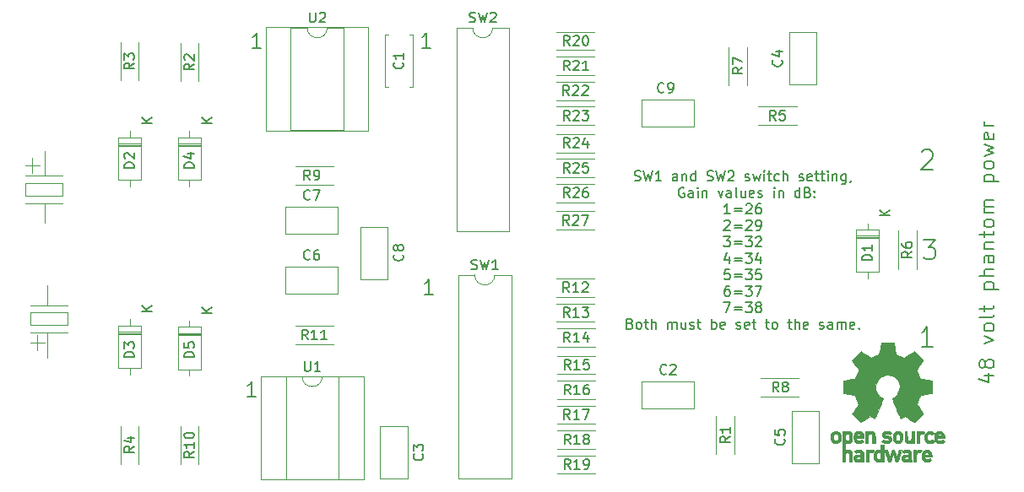
<source format=gbr>
%TF.GenerationSoftware,KiCad,Pcbnew,5.1.10*%
%TF.CreationDate,2021-07-04T18:49:20+02:00*%
%TF.ProjectId,tht-dip,7468742d-6469-4702-9e6b-696361645f70,rev?*%
%TF.SameCoordinates,Original*%
%TF.FileFunction,Legend,Top*%
%TF.FilePolarity,Positive*%
%FSLAX46Y46*%
G04 Gerber Fmt 4.6, Leading zero omitted, Abs format (unit mm)*
G04 Created by KiCad (PCBNEW 5.1.10) date 2021-07-04 18:49:20*
%MOMM*%
%LPD*%
G01*
G04 APERTURE LIST*
%ADD10C,0.150000*%
%ADD11C,0.120000*%
%ADD12C,0.010000*%
G04 APERTURE END LIST*
D10*
X132678571Y-67535714D02*
X133678571Y-67535714D01*
X132107142Y-67892857D02*
X133178571Y-68250000D01*
X133178571Y-67321428D01*
X132821428Y-66535714D02*
X132750000Y-66678571D01*
X132678571Y-66750000D01*
X132535714Y-66821428D01*
X132464285Y-66821428D01*
X132321428Y-66750000D01*
X132250000Y-66678571D01*
X132178571Y-66535714D01*
X132178571Y-66250000D01*
X132250000Y-66107142D01*
X132321428Y-66035714D01*
X132464285Y-65964285D01*
X132535714Y-65964285D01*
X132678571Y-66035714D01*
X132750000Y-66107142D01*
X132821428Y-66250000D01*
X132821428Y-66535714D01*
X132892857Y-66678571D01*
X132964285Y-66750000D01*
X133107142Y-66821428D01*
X133392857Y-66821428D01*
X133535714Y-66750000D01*
X133607142Y-66678571D01*
X133678571Y-66535714D01*
X133678571Y-66250000D01*
X133607142Y-66107142D01*
X133535714Y-66035714D01*
X133392857Y-65964285D01*
X133107142Y-65964285D01*
X132964285Y-66035714D01*
X132892857Y-66107142D01*
X132821428Y-66250000D01*
X132678571Y-64321428D02*
X133678571Y-63964285D01*
X132678571Y-63607142D01*
X133678571Y-62821428D02*
X133607142Y-62964285D01*
X133535714Y-63035714D01*
X133392857Y-63107142D01*
X132964285Y-63107142D01*
X132821428Y-63035714D01*
X132750000Y-62964285D01*
X132678571Y-62821428D01*
X132678571Y-62607142D01*
X132750000Y-62464285D01*
X132821428Y-62392857D01*
X132964285Y-62321428D01*
X133392857Y-62321428D01*
X133535714Y-62392857D01*
X133607142Y-62464285D01*
X133678571Y-62607142D01*
X133678571Y-62821428D01*
X133678571Y-61464285D02*
X133607142Y-61607142D01*
X133464285Y-61678571D01*
X132178571Y-61678571D01*
X132678571Y-61107142D02*
X132678571Y-60535714D01*
X132178571Y-60892857D02*
X133464285Y-60892857D01*
X133607142Y-60821428D01*
X133678571Y-60678571D01*
X133678571Y-60535714D01*
X132678571Y-58892857D02*
X134178571Y-58892857D01*
X132750000Y-58892857D02*
X132678571Y-58750000D01*
X132678571Y-58464285D01*
X132750000Y-58321428D01*
X132821428Y-58250000D01*
X132964285Y-58178571D01*
X133392857Y-58178571D01*
X133535714Y-58250000D01*
X133607142Y-58321428D01*
X133678571Y-58464285D01*
X133678571Y-58750000D01*
X133607142Y-58892857D01*
X133678571Y-57535714D02*
X132178571Y-57535714D01*
X133678571Y-56892857D02*
X132892857Y-56892857D01*
X132750000Y-56964285D01*
X132678571Y-57107142D01*
X132678571Y-57321428D01*
X132750000Y-57464285D01*
X132821428Y-57535714D01*
X133678571Y-55535714D02*
X132892857Y-55535714D01*
X132750000Y-55607142D01*
X132678571Y-55750000D01*
X132678571Y-56035714D01*
X132750000Y-56178571D01*
X133607142Y-55535714D02*
X133678571Y-55678571D01*
X133678571Y-56035714D01*
X133607142Y-56178571D01*
X133464285Y-56250000D01*
X133321428Y-56250000D01*
X133178571Y-56178571D01*
X133107142Y-56035714D01*
X133107142Y-55678571D01*
X133035714Y-55535714D01*
X132678571Y-54821428D02*
X133678571Y-54821428D01*
X132821428Y-54821428D02*
X132750000Y-54750000D01*
X132678571Y-54607142D01*
X132678571Y-54392857D01*
X132750000Y-54250000D01*
X132892857Y-54178571D01*
X133678571Y-54178571D01*
X132678571Y-53678571D02*
X132678571Y-53107142D01*
X132178571Y-53464285D02*
X133464285Y-53464285D01*
X133607142Y-53392857D01*
X133678571Y-53250000D01*
X133678571Y-53107142D01*
X133678571Y-52392857D02*
X133607142Y-52535714D01*
X133535714Y-52607142D01*
X133392857Y-52678571D01*
X132964285Y-52678571D01*
X132821428Y-52607142D01*
X132750000Y-52535714D01*
X132678571Y-52392857D01*
X132678571Y-52178571D01*
X132750000Y-52035714D01*
X132821428Y-51964285D01*
X132964285Y-51892857D01*
X133392857Y-51892857D01*
X133535714Y-51964285D01*
X133607142Y-52035714D01*
X133678571Y-52178571D01*
X133678571Y-52392857D01*
X133678571Y-51250000D02*
X132678571Y-51250000D01*
X132821428Y-51250000D02*
X132750000Y-51178571D01*
X132678571Y-51035714D01*
X132678571Y-50821428D01*
X132750000Y-50678571D01*
X132892857Y-50607142D01*
X133678571Y-50607142D01*
X132892857Y-50607142D02*
X132750000Y-50535714D01*
X132678571Y-50392857D01*
X132678571Y-50178571D01*
X132750000Y-50035714D01*
X132892857Y-49964285D01*
X133678571Y-49964285D01*
X132678571Y-48107142D02*
X134178571Y-48107142D01*
X132750000Y-48107142D02*
X132678571Y-47964285D01*
X132678571Y-47678571D01*
X132750000Y-47535714D01*
X132821428Y-47464285D01*
X132964285Y-47392857D01*
X133392857Y-47392857D01*
X133535714Y-47464285D01*
X133607142Y-47535714D01*
X133678571Y-47678571D01*
X133678571Y-47964285D01*
X133607142Y-48107142D01*
X133678571Y-46535714D02*
X133607142Y-46678571D01*
X133535714Y-46750000D01*
X133392857Y-46821428D01*
X132964285Y-46821428D01*
X132821428Y-46750000D01*
X132750000Y-46678571D01*
X132678571Y-46535714D01*
X132678571Y-46321428D01*
X132750000Y-46178571D01*
X132821428Y-46107142D01*
X132964285Y-46035714D01*
X133392857Y-46035714D01*
X133535714Y-46107142D01*
X133607142Y-46178571D01*
X133678571Y-46321428D01*
X133678571Y-46535714D01*
X132678571Y-45535714D02*
X133678571Y-45250000D01*
X132964285Y-44964285D01*
X133678571Y-44678571D01*
X132678571Y-44392857D01*
X133607142Y-43250000D02*
X133678571Y-43392857D01*
X133678571Y-43678571D01*
X133607142Y-43821428D01*
X133464285Y-43892857D01*
X132892857Y-43892857D01*
X132750000Y-43821428D01*
X132678571Y-43678571D01*
X132678571Y-43392857D01*
X132750000Y-43250000D01*
X132892857Y-43178571D01*
X133035714Y-43178571D01*
X133178571Y-43892857D01*
X133678571Y-42535714D02*
X132678571Y-42535714D01*
X132964285Y-42535714D02*
X132821428Y-42464285D01*
X132750000Y-42392857D01*
X132678571Y-42250000D01*
X132678571Y-42107142D01*
X126428571Y-45095238D02*
X126523809Y-45000000D01*
X126714285Y-44904761D01*
X127190476Y-44904761D01*
X127380952Y-45000000D01*
X127476190Y-45095238D01*
X127571428Y-45285714D01*
X127571428Y-45476190D01*
X127476190Y-45761904D01*
X126333333Y-46904761D01*
X127571428Y-46904761D01*
X126583333Y-53904761D02*
X127821428Y-53904761D01*
X127154761Y-54666666D01*
X127440476Y-54666666D01*
X127630952Y-54761904D01*
X127726190Y-54857142D01*
X127821428Y-55047619D01*
X127821428Y-55523809D01*
X127726190Y-55714285D01*
X127630952Y-55809523D01*
X127440476Y-55904761D01*
X126869047Y-55904761D01*
X126678571Y-55809523D01*
X126583333Y-55714285D01*
X127571428Y-64654761D02*
X126428571Y-64654761D01*
X127000000Y-64654761D02*
X127000000Y-62654761D01*
X126809523Y-62940476D01*
X126619047Y-63130952D01*
X126428571Y-63226190D01*
X59678571Y-69678571D02*
X58821428Y-69678571D01*
X59250000Y-69678571D02*
X59250000Y-68178571D01*
X59107142Y-68392857D01*
X58964285Y-68535714D01*
X58821428Y-68607142D01*
X60178571Y-34678571D02*
X59321428Y-34678571D01*
X59750000Y-34678571D02*
X59750000Y-33178571D01*
X59607142Y-33392857D01*
X59464285Y-33535714D01*
X59321428Y-33607142D01*
X77178571Y-34678571D02*
X76321428Y-34678571D01*
X76750000Y-34678571D02*
X76750000Y-33178571D01*
X76607142Y-33392857D01*
X76464285Y-33535714D01*
X76321428Y-33607142D01*
X77428571Y-59428571D02*
X76571428Y-59428571D01*
X77000000Y-59428571D02*
X77000000Y-57928571D01*
X76857142Y-58142857D01*
X76714285Y-58285714D01*
X76571428Y-58357142D01*
D11*
X38750000Y-60500000D02*
X38750000Y-58500000D01*
X40750000Y-60500000D02*
X37000000Y-60500000D01*
X37000000Y-61250000D02*
X40750000Y-61250000D01*
X37000000Y-62500000D02*
X37000000Y-61250000D01*
X40750000Y-62500000D02*
X37000000Y-62500000D01*
X38750000Y-65750000D02*
X38750000Y-63250000D01*
X40750000Y-63250000D02*
X37000000Y-63250000D01*
X40750000Y-61250000D02*
X40750000Y-62500000D01*
X38500000Y-64250000D02*
X37000000Y-64250000D01*
X37750000Y-65000000D02*
X37750000Y-63500000D01*
X37250000Y-45750000D02*
X37250000Y-47250000D01*
X36500000Y-46500000D02*
X38000000Y-46500000D01*
X38500000Y-50250000D02*
X38500000Y-52250000D01*
X36500000Y-50250000D02*
X40250000Y-50250000D01*
X36500000Y-49500000D02*
X36500000Y-48250000D01*
X40250000Y-49500000D02*
X36500000Y-49500000D01*
X40250000Y-48250000D02*
X40250000Y-49500000D01*
X36500000Y-48250000D02*
X40250000Y-48250000D01*
X36500000Y-47500000D02*
X40250000Y-47500000D01*
X38500000Y-47500000D02*
X36500000Y-47500000D01*
X38500000Y-45000000D02*
X38500000Y-47500000D01*
D10*
X97642857Y-47979761D02*
X97785714Y-48027380D01*
X98023809Y-48027380D01*
X98119047Y-47979761D01*
X98166666Y-47932142D01*
X98214285Y-47836904D01*
X98214285Y-47741666D01*
X98166666Y-47646428D01*
X98119047Y-47598809D01*
X98023809Y-47551190D01*
X97833333Y-47503571D01*
X97738095Y-47455952D01*
X97690476Y-47408333D01*
X97642857Y-47313095D01*
X97642857Y-47217857D01*
X97690476Y-47122619D01*
X97738095Y-47075000D01*
X97833333Y-47027380D01*
X98071428Y-47027380D01*
X98214285Y-47075000D01*
X98547619Y-47027380D02*
X98785714Y-48027380D01*
X98976190Y-47313095D01*
X99166666Y-48027380D01*
X99404761Y-47027380D01*
X100309523Y-48027380D02*
X99738095Y-48027380D01*
X100023809Y-48027380D02*
X100023809Y-47027380D01*
X99928571Y-47170238D01*
X99833333Y-47265476D01*
X99738095Y-47313095D01*
X101928571Y-48027380D02*
X101928571Y-47503571D01*
X101880952Y-47408333D01*
X101785714Y-47360714D01*
X101595238Y-47360714D01*
X101500000Y-47408333D01*
X101928571Y-47979761D02*
X101833333Y-48027380D01*
X101595238Y-48027380D01*
X101500000Y-47979761D01*
X101452380Y-47884523D01*
X101452380Y-47789285D01*
X101500000Y-47694047D01*
X101595238Y-47646428D01*
X101833333Y-47646428D01*
X101928571Y-47598809D01*
X102404761Y-47360714D02*
X102404761Y-48027380D01*
X102404761Y-47455952D02*
X102452380Y-47408333D01*
X102547619Y-47360714D01*
X102690476Y-47360714D01*
X102785714Y-47408333D01*
X102833333Y-47503571D01*
X102833333Y-48027380D01*
X103738095Y-48027380D02*
X103738095Y-47027380D01*
X103738095Y-47979761D02*
X103642857Y-48027380D01*
X103452380Y-48027380D01*
X103357142Y-47979761D01*
X103309523Y-47932142D01*
X103261904Y-47836904D01*
X103261904Y-47551190D01*
X103309523Y-47455952D01*
X103357142Y-47408333D01*
X103452380Y-47360714D01*
X103642857Y-47360714D01*
X103738095Y-47408333D01*
X104928571Y-47979761D02*
X105071428Y-48027380D01*
X105309523Y-48027380D01*
X105404761Y-47979761D01*
X105452380Y-47932142D01*
X105500000Y-47836904D01*
X105500000Y-47741666D01*
X105452380Y-47646428D01*
X105404761Y-47598809D01*
X105309523Y-47551190D01*
X105119047Y-47503571D01*
X105023809Y-47455952D01*
X104976190Y-47408333D01*
X104928571Y-47313095D01*
X104928571Y-47217857D01*
X104976190Y-47122619D01*
X105023809Y-47075000D01*
X105119047Y-47027380D01*
X105357142Y-47027380D01*
X105500000Y-47075000D01*
X105833333Y-47027380D02*
X106071428Y-48027380D01*
X106261904Y-47313095D01*
X106452380Y-48027380D01*
X106690476Y-47027380D01*
X107023809Y-47122619D02*
X107071428Y-47075000D01*
X107166666Y-47027380D01*
X107404761Y-47027380D01*
X107500000Y-47075000D01*
X107547619Y-47122619D01*
X107595238Y-47217857D01*
X107595238Y-47313095D01*
X107547619Y-47455952D01*
X106976190Y-48027380D01*
X107595238Y-48027380D01*
X108738095Y-47979761D02*
X108833333Y-48027380D01*
X109023809Y-48027380D01*
X109119047Y-47979761D01*
X109166666Y-47884523D01*
X109166666Y-47836904D01*
X109119047Y-47741666D01*
X109023809Y-47694047D01*
X108880952Y-47694047D01*
X108785714Y-47646428D01*
X108738095Y-47551190D01*
X108738095Y-47503571D01*
X108785714Y-47408333D01*
X108880952Y-47360714D01*
X109023809Y-47360714D01*
X109119047Y-47408333D01*
X109500000Y-47360714D02*
X109690476Y-48027380D01*
X109880952Y-47551190D01*
X110071428Y-48027380D01*
X110261904Y-47360714D01*
X110642857Y-48027380D02*
X110642857Y-47360714D01*
X110642857Y-47027380D02*
X110595238Y-47075000D01*
X110642857Y-47122619D01*
X110690476Y-47075000D01*
X110642857Y-47027380D01*
X110642857Y-47122619D01*
X110976190Y-47360714D02*
X111357142Y-47360714D01*
X111119047Y-47027380D02*
X111119047Y-47884523D01*
X111166666Y-47979761D01*
X111261904Y-48027380D01*
X111357142Y-48027380D01*
X112119047Y-47979761D02*
X112023809Y-48027380D01*
X111833333Y-48027380D01*
X111738095Y-47979761D01*
X111690476Y-47932142D01*
X111642857Y-47836904D01*
X111642857Y-47551190D01*
X111690476Y-47455952D01*
X111738095Y-47408333D01*
X111833333Y-47360714D01*
X112023809Y-47360714D01*
X112119047Y-47408333D01*
X112547619Y-48027380D02*
X112547619Y-47027380D01*
X112976190Y-48027380D02*
X112976190Y-47503571D01*
X112928571Y-47408333D01*
X112833333Y-47360714D01*
X112690476Y-47360714D01*
X112595238Y-47408333D01*
X112547619Y-47455952D01*
X114166666Y-47979761D02*
X114261904Y-48027380D01*
X114452380Y-48027380D01*
X114547619Y-47979761D01*
X114595238Y-47884523D01*
X114595238Y-47836904D01*
X114547619Y-47741666D01*
X114452380Y-47694047D01*
X114309523Y-47694047D01*
X114214285Y-47646428D01*
X114166666Y-47551190D01*
X114166666Y-47503571D01*
X114214285Y-47408333D01*
X114309523Y-47360714D01*
X114452380Y-47360714D01*
X114547619Y-47408333D01*
X115404761Y-47979761D02*
X115309523Y-48027380D01*
X115119047Y-48027380D01*
X115023809Y-47979761D01*
X114976190Y-47884523D01*
X114976190Y-47503571D01*
X115023809Y-47408333D01*
X115119047Y-47360714D01*
X115309523Y-47360714D01*
X115404761Y-47408333D01*
X115452380Y-47503571D01*
X115452380Y-47598809D01*
X114976190Y-47694047D01*
X115738095Y-47360714D02*
X116119047Y-47360714D01*
X115880952Y-47027380D02*
X115880952Y-47884523D01*
X115928571Y-47979761D01*
X116023809Y-48027380D01*
X116119047Y-48027380D01*
X116309523Y-47360714D02*
X116690476Y-47360714D01*
X116452380Y-47027380D02*
X116452380Y-47884523D01*
X116500000Y-47979761D01*
X116595238Y-48027380D01*
X116690476Y-48027380D01*
X117023809Y-48027380D02*
X117023809Y-47360714D01*
X117023809Y-47027380D02*
X116976190Y-47075000D01*
X117023809Y-47122619D01*
X117071428Y-47075000D01*
X117023809Y-47027380D01*
X117023809Y-47122619D01*
X117500000Y-47360714D02*
X117500000Y-48027380D01*
X117500000Y-47455952D02*
X117547619Y-47408333D01*
X117642857Y-47360714D01*
X117785714Y-47360714D01*
X117880952Y-47408333D01*
X117928571Y-47503571D01*
X117928571Y-48027380D01*
X118833333Y-47360714D02*
X118833333Y-48170238D01*
X118785714Y-48265476D01*
X118738095Y-48313095D01*
X118642857Y-48360714D01*
X118500000Y-48360714D01*
X118404761Y-48313095D01*
X118833333Y-47979761D02*
X118738095Y-48027380D01*
X118547619Y-48027380D01*
X118452380Y-47979761D01*
X118404761Y-47932142D01*
X118357142Y-47836904D01*
X118357142Y-47551190D01*
X118404761Y-47455952D01*
X118452380Y-47408333D01*
X118547619Y-47360714D01*
X118738095Y-47360714D01*
X118833333Y-47408333D01*
X119357142Y-47979761D02*
X119357142Y-48027380D01*
X119309523Y-48122619D01*
X119261904Y-48170238D01*
X102595238Y-48725000D02*
X102500000Y-48677380D01*
X102357142Y-48677380D01*
X102214285Y-48725000D01*
X102119047Y-48820238D01*
X102071428Y-48915476D01*
X102023809Y-49105952D01*
X102023809Y-49248809D01*
X102071428Y-49439285D01*
X102119047Y-49534523D01*
X102214285Y-49629761D01*
X102357142Y-49677380D01*
X102452380Y-49677380D01*
X102595238Y-49629761D01*
X102642857Y-49582142D01*
X102642857Y-49248809D01*
X102452380Y-49248809D01*
X103500000Y-49677380D02*
X103500000Y-49153571D01*
X103452380Y-49058333D01*
X103357142Y-49010714D01*
X103166666Y-49010714D01*
X103071428Y-49058333D01*
X103500000Y-49629761D02*
X103404761Y-49677380D01*
X103166666Y-49677380D01*
X103071428Y-49629761D01*
X103023809Y-49534523D01*
X103023809Y-49439285D01*
X103071428Y-49344047D01*
X103166666Y-49296428D01*
X103404761Y-49296428D01*
X103500000Y-49248809D01*
X103976190Y-49677380D02*
X103976190Y-49010714D01*
X103976190Y-48677380D02*
X103928571Y-48725000D01*
X103976190Y-48772619D01*
X104023809Y-48725000D01*
X103976190Y-48677380D01*
X103976190Y-48772619D01*
X104452380Y-49010714D02*
X104452380Y-49677380D01*
X104452380Y-49105952D02*
X104500000Y-49058333D01*
X104595238Y-49010714D01*
X104738095Y-49010714D01*
X104833333Y-49058333D01*
X104880952Y-49153571D01*
X104880952Y-49677380D01*
X106023809Y-49010714D02*
X106261904Y-49677380D01*
X106500000Y-49010714D01*
X107309523Y-49677380D02*
X107309523Y-49153571D01*
X107261904Y-49058333D01*
X107166666Y-49010714D01*
X106976190Y-49010714D01*
X106880952Y-49058333D01*
X107309523Y-49629761D02*
X107214285Y-49677380D01*
X106976190Y-49677380D01*
X106880952Y-49629761D01*
X106833333Y-49534523D01*
X106833333Y-49439285D01*
X106880952Y-49344047D01*
X106976190Y-49296428D01*
X107214285Y-49296428D01*
X107309523Y-49248809D01*
X107928571Y-49677380D02*
X107833333Y-49629761D01*
X107785714Y-49534523D01*
X107785714Y-48677380D01*
X108738095Y-49010714D02*
X108738095Y-49677380D01*
X108309523Y-49010714D02*
X108309523Y-49534523D01*
X108357142Y-49629761D01*
X108452380Y-49677380D01*
X108595238Y-49677380D01*
X108690476Y-49629761D01*
X108738095Y-49582142D01*
X109595238Y-49629761D02*
X109500000Y-49677380D01*
X109309523Y-49677380D01*
X109214285Y-49629761D01*
X109166666Y-49534523D01*
X109166666Y-49153571D01*
X109214285Y-49058333D01*
X109309523Y-49010714D01*
X109500000Y-49010714D01*
X109595238Y-49058333D01*
X109642857Y-49153571D01*
X109642857Y-49248809D01*
X109166666Y-49344047D01*
X110023809Y-49629761D02*
X110119047Y-49677380D01*
X110309523Y-49677380D01*
X110404761Y-49629761D01*
X110452380Y-49534523D01*
X110452380Y-49486904D01*
X110404761Y-49391666D01*
X110309523Y-49344047D01*
X110166666Y-49344047D01*
X110071428Y-49296428D01*
X110023809Y-49201190D01*
X110023809Y-49153571D01*
X110071428Y-49058333D01*
X110166666Y-49010714D01*
X110309523Y-49010714D01*
X110404761Y-49058333D01*
X111642857Y-49677380D02*
X111642857Y-49010714D01*
X111642857Y-48677380D02*
X111595238Y-48725000D01*
X111642857Y-48772619D01*
X111690476Y-48725000D01*
X111642857Y-48677380D01*
X111642857Y-48772619D01*
X112119047Y-49010714D02*
X112119047Y-49677380D01*
X112119047Y-49105952D02*
X112166666Y-49058333D01*
X112261904Y-49010714D01*
X112404761Y-49010714D01*
X112500000Y-49058333D01*
X112547619Y-49153571D01*
X112547619Y-49677380D01*
X114214285Y-49677380D02*
X114214285Y-48677380D01*
X114214285Y-49629761D02*
X114119047Y-49677380D01*
X113928571Y-49677380D01*
X113833333Y-49629761D01*
X113785714Y-49582142D01*
X113738095Y-49486904D01*
X113738095Y-49201190D01*
X113785714Y-49105952D01*
X113833333Y-49058333D01*
X113928571Y-49010714D01*
X114119047Y-49010714D01*
X114214285Y-49058333D01*
X115023809Y-49153571D02*
X115166666Y-49201190D01*
X115214285Y-49248809D01*
X115261904Y-49344047D01*
X115261904Y-49486904D01*
X115214285Y-49582142D01*
X115166666Y-49629761D01*
X115071428Y-49677380D01*
X114690476Y-49677380D01*
X114690476Y-48677380D01*
X115023809Y-48677380D01*
X115119047Y-48725000D01*
X115166666Y-48772619D01*
X115214285Y-48867857D01*
X115214285Y-48963095D01*
X115166666Y-49058333D01*
X115119047Y-49105952D01*
X115023809Y-49153571D01*
X114690476Y-49153571D01*
X115690476Y-49582142D02*
X115738095Y-49629761D01*
X115690476Y-49677380D01*
X115642857Y-49629761D01*
X115690476Y-49582142D01*
X115690476Y-49677380D01*
X115690476Y-49058333D02*
X115738095Y-49105952D01*
X115690476Y-49153571D01*
X115642857Y-49105952D01*
X115690476Y-49058333D01*
X115690476Y-49153571D01*
X107214285Y-51327380D02*
X106642857Y-51327380D01*
X106928571Y-51327380D02*
X106928571Y-50327380D01*
X106833333Y-50470238D01*
X106738095Y-50565476D01*
X106642857Y-50613095D01*
X107642857Y-50803571D02*
X108404761Y-50803571D01*
X108404761Y-51089285D02*
X107642857Y-51089285D01*
X108833333Y-50422619D02*
X108880952Y-50375000D01*
X108976190Y-50327380D01*
X109214285Y-50327380D01*
X109309523Y-50375000D01*
X109357142Y-50422619D01*
X109404761Y-50517857D01*
X109404761Y-50613095D01*
X109357142Y-50755952D01*
X108785714Y-51327380D01*
X109404761Y-51327380D01*
X110261904Y-50327380D02*
X110071428Y-50327380D01*
X109976190Y-50375000D01*
X109928571Y-50422619D01*
X109833333Y-50565476D01*
X109785714Y-50755952D01*
X109785714Y-51136904D01*
X109833333Y-51232142D01*
X109880952Y-51279761D01*
X109976190Y-51327380D01*
X110166666Y-51327380D01*
X110261904Y-51279761D01*
X110309523Y-51232142D01*
X110357142Y-51136904D01*
X110357142Y-50898809D01*
X110309523Y-50803571D01*
X110261904Y-50755952D01*
X110166666Y-50708333D01*
X109976190Y-50708333D01*
X109880952Y-50755952D01*
X109833333Y-50803571D01*
X109785714Y-50898809D01*
X106642857Y-52072619D02*
X106690476Y-52025000D01*
X106785714Y-51977380D01*
X107023809Y-51977380D01*
X107119047Y-52025000D01*
X107166666Y-52072619D01*
X107214285Y-52167857D01*
X107214285Y-52263095D01*
X107166666Y-52405952D01*
X106595238Y-52977380D01*
X107214285Y-52977380D01*
X107642857Y-52453571D02*
X108404761Y-52453571D01*
X108404761Y-52739285D02*
X107642857Y-52739285D01*
X108833333Y-52072619D02*
X108880952Y-52025000D01*
X108976190Y-51977380D01*
X109214285Y-51977380D01*
X109309523Y-52025000D01*
X109357142Y-52072619D01*
X109404761Y-52167857D01*
X109404761Y-52263095D01*
X109357142Y-52405952D01*
X108785714Y-52977380D01*
X109404761Y-52977380D01*
X109880952Y-52977380D02*
X110071428Y-52977380D01*
X110166666Y-52929761D01*
X110214285Y-52882142D01*
X110309523Y-52739285D01*
X110357142Y-52548809D01*
X110357142Y-52167857D01*
X110309523Y-52072619D01*
X110261904Y-52025000D01*
X110166666Y-51977380D01*
X109976190Y-51977380D01*
X109880952Y-52025000D01*
X109833333Y-52072619D01*
X109785714Y-52167857D01*
X109785714Y-52405952D01*
X109833333Y-52501190D01*
X109880952Y-52548809D01*
X109976190Y-52596428D01*
X110166666Y-52596428D01*
X110261904Y-52548809D01*
X110309523Y-52501190D01*
X110357142Y-52405952D01*
X106595238Y-53627380D02*
X107214285Y-53627380D01*
X106880952Y-54008333D01*
X107023809Y-54008333D01*
X107119047Y-54055952D01*
X107166666Y-54103571D01*
X107214285Y-54198809D01*
X107214285Y-54436904D01*
X107166666Y-54532142D01*
X107119047Y-54579761D01*
X107023809Y-54627380D01*
X106738095Y-54627380D01*
X106642857Y-54579761D01*
X106595238Y-54532142D01*
X107642857Y-54103571D02*
X108404761Y-54103571D01*
X108404761Y-54389285D02*
X107642857Y-54389285D01*
X108785714Y-53627380D02*
X109404761Y-53627380D01*
X109071428Y-54008333D01*
X109214285Y-54008333D01*
X109309523Y-54055952D01*
X109357142Y-54103571D01*
X109404761Y-54198809D01*
X109404761Y-54436904D01*
X109357142Y-54532142D01*
X109309523Y-54579761D01*
X109214285Y-54627380D01*
X108928571Y-54627380D01*
X108833333Y-54579761D01*
X108785714Y-54532142D01*
X109785714Y-53722619D02*
X109833333Y-53675000D01*
X109928571Y-53627380D01*
X110166666Y-53627380D01*
X110261904Y-53675000D01*
X110309523Y-53722619D01*
X110357142Y-53817857D01*
X110357142Y-53913095D01*
X110309523Y-54055952D01*
X109738095Y-54627380D01*
X110357142Y-54627380D01*
X107119047Y-55610714D02*
X107119047Y-56277380D01*
X106880952Y-55229761D02*
X106642857Y-55944047D01*
X107261904Y-55944047D01*
X107642857Y-55753571D02*
X108404761Y-55753571D01*
X108404761Y-56039285D02*
X107642857Y-56039285D01*
X108785714Y-55277380D02*
X109404761Y-55277380D01*
X109071428Y-55658333D01*
X109214285Y-55658333D01*
X109309523Y-55705952D01*
X109357142Y-55753571D01*
X109404761Y-55848809D01*
X109404761Y-56086904D01*
X109357142Y-56182142D01*
X109309523Y-56229761D01*
X109214285Y-56277380D01*
X108928571Y-56277380D01*
X108833333Y-56229761D01*
X108785714Y-56182142D01*
X110261904Y-55610714D02*
X110261904Y-56277380D01*
X110023809Y-55229761D02*
X109785714Y-55944047D01*
X110404761Y-55944047D01*
X107166666Y-56927380D02*
X106690476Y-56927380D01*
X106642857Y-57403571D01*
X106690476Y-57355952D01*
X106785714Y-57308333D01*
X107023809Y-57308333D01*
X107119047Y-57355952D01*
X107166666Y-57403571D01*
X107214285Y-57498809D01*
X107214285Y-57736904D01*
X107166666Y-57832142D01*
X107119047Y-57879761D01*
X107023809Y-57927380D01*
X106785714Y-57927380D01*
X106690476Y-57879761D01*
X106642857Y-57832142D01*
X107642857Y-57403571D02*
X108404761Y-57403571D01*
X108404761Y-57689285D02*
X107642857Y-57689285D01*
X108785714Y-56927380D02*
X109404761Y-56927380D01*
X109071428Y-57308333D01*
X109214285Y-57308333D01*
X109309523Y-57355952D01*
X109357142Y-57403571D01*
X109404761Y-57498809D01*
X109404761Y-57736904D01*
X109357142Y-57832142D01*
X109309523Y-57879761D01*
X109214285Y-57927380D01*
X108928571Y-57927380D01*
X108833333Y-57879761D01*
X108785714Y-57832142D01*
X110309523Y-56927380D02*
X109833333Y-56927380D01*
X109785714Y-57403571D01*
X109833333Y-57355952D01*
X109928571Y-57308333D01*
X110166666Y-57308333D01*
X110261904Y-57355952D01*
X110309523Y-57403571D01*
X110357142Y-57498809D01*
X110357142Y-57736904D01*
X110309523Y-57832142D01*
X110261904Y-57879761D01*
X110166666Y-57927380D01*
X109928571Y-57927380D01*
X109833333Y-57879761D01*
X109785714Y-57832142D01*
X107119047Y-58577380D02*
X106928571Y-58577380D01*
X106833333Y-58625000D01*
X106785714Y-58672619D01*
X106690476Y-58815476D01*
X106642857Y-59005952D01*
X106642857Y-59386904D01*
X106690476Y-59482142D01*
X106738095Y-59529761D01*
X106833333Y-59577380D01*
X107023809Y-59577380D01*
X107119047Y-59529761D01*
X107166666Y-59482142D01*
X107214285Y-59386904D01*
X107214285Y-59148809D01*
X107166666Y-59053571D01*
X107119047Y-59005952D01*
X107023809Y-58958333D01*
X106833333Y-58958333D01*
X106738095Y-59005952D01*
X106690476Y-59053571D01*
X106642857Y-59148809D01*
X107642857Y-59053571D02*
X108404761Y-59053571D01*
X108404761Y-59339285D02*
X107642857Y-59339285D01*
X108785714Y-58577380D02*
X109404761Y-58577380D01*
X109071428Y-58958333D01*
X109214285Y-58958333D01*
X109309523Y-59005952D01*
X109357142Y-59053571D01*
X109404761Y-59148809D01*
X109404761Y-59386904D01*
X109357142Y-59482142D01*
X109309523Y-59529761D01*
X109214285Y-59577380D01*
X108928571Y-59577380D01*
X108833333Y-59529761D01*
X108785714Y-59482142D01*
X109738095Y-58577380D02*
X110404761Y-58577380D01*
X109976190Y-59577380D01*
X106595238Y-60227380D02*
X107261904Y-60227380D01*
X106833333Y-61227380D01*
X107642857Y-60703571D02*
X108404761Y-60703571D01*
X108404761Y-60989285D02*
X107642857Y-60989285D01*
X108785714Y-60227380D02*
X109404761Y-60227380D01*
X109071428Y-60608333D01*
X109214285Y-60608333D01*
X109309523Y-60655952D01*
X109357142Y-60703571D01*
X109404761Y-60798809D01*
X109404761Y-61036904D01*
X109357142Y-61132142D01*
X109309523Y-61179761D01*
X109214285Y-61227380D01*
X108928571Y-61227380D01*
X108833333Y-61179761D01*
X108785714Y-61132142D01*
X109976190Y-60655952D02*
X109880952Y-60608333D01*
X109833333Y-60560714D01*
X109785714Y-60465476D01*
X109785714Y-60417857D01*
X109833333Y-60322619D01*
X109880952Y-60275000D01*
X109976190Y-60227380D01*
X110166666Y-60227380D01*
X110261904Y-60275000D01*
X110309523Y-60322619D01*
X110357142Y-60417857D01*
X110357142Y-60465476D01*
X110309523Y-60560714D01*
X110261904Y-60608333D01*
X110166666Y-60655952D01*
X109976190Y-60655952D01*
X109880952Y-60703571D01*
X109833333Y-60751190D01*
X109785714Y-60846428D01*
X109785714Y-61036904D01*
X109833333Y-61132142D01*
X109880952Y-61179761D01*
X109976190Y-61227380D01*
X110166666Y-61227380D01*
X110261904Y-61179761D01*
X110309523Y-61132142D01*
X110357142Y-61036904D01*
X110357142Y-60846428D01*
X110309523Y-60751190D01*
X110261904Y-60703571D01*
X110166666Y-60655952D01*
X97190476Y-62353571D02*
X97333333Y-62401190D01*
X97380952Y-62448809D01*
X97428571Y-62544047D01*
X97428571Y-62686904D01*
X97380952Y-62782142D01*
X97333333Y-62829761D01*
X97238095Y-62877380D01*
X96857142Y-62877380D01*
X96857142Y-61877380D01*
X97190476Y-61877380D01*
X97285714Y-61925000D01*
X97333333Y-61972619D01*
X97380952Y-62067857D01*
X97380952Y-62163095D01*
X97333333Y-62258333D01*
X97285714Y-62305952D01*
X97190476Y-62353571D01*
X96857142Y-62353571D01*
X98000000Y-62877380D02*
X97904761Y-62829761D01*
X97857142Y-62782142D01*
X97809523Y-62686904D01*
X97809523Y-62401190D01*
X97857142Y-62305952D01*
X97904761Y-62258333D01*
X98000000Y-62210714D01*
X98142857Y-62210714D01*
X98238095Y-62258333D01*
X98285714Y-62305952D01*
X98333333Y-62401190D01*
X98333333Y-62686904D01*
X98285714Y-62782142D01*
X98238095Y-62829761D01*
X98142857Y-62877380D01*
X98000000Y-62877380D01*
X98619047Y-62210714D02*
X99000000Y-62210714D01*
X98761904Y-61877380D02*
X98761904Y-62734523D01*
X98809523Y-62829761D01*
X98904761Y-62877380D01*
X99000000Y-62877380D01*
X99333333Y-62877380D02*
X99333333Y-61877380D01*
X99761904Y-62877380D02*
X99761904Y-62353571D01*
X99714285Y-62258333D01*
X99619047Y-62210714D01*
X99476190Y-62210714D01*
X99380952Y-62258333D01*
X99333333Y-62305952D01*
X101000000Y-62877380D02*
X101000000Y-62210714D01*
X101000000Y-62305952D02*
X101047619Y-62258333D01*
X101142857Y-62210714D01*
X101285714Y-62210714D01*
X101380952Y-62258333D01*
X101428571Y-62353571D01*
X101428571Y-62877380D01*
X101428571Y-62353571D02*
X101476190Y-62258333D01*
X101571428Y-62210714D01*
X101714285Y-62210714D01*
X101809523Y-62258333D01*
X101857142Y-62353571D01*
X101857142Y-62877380D01*
X102761904Y-62210714D02*
X102761904Y-62877380D01*
X102333333Y-62210714D02*
X102333333Y-62734523D01*
X102380952Y-62829761D01*
X102476190Y-62877380D01*
X102619047Y-62877380D01*
X102714285Y-62829761D01*
X102761904Y-62782142D01*
X103190476Y-62829761D02*
X103285714Y-62877380D01*
X103476190Y-62877380D01*
X103571428Y-62829761D01*
X103619047Y-62734523D01*
X103619047Y-62686904D01*
X103571428Y-62591666D01*
X103476190Y-62544047D01*
X103333333Y-62544047D01*
X103238095Y-62496428D01*
X103190476Y-62401190D01*
X103190476Y-62353571D01*
X103238095Y-62258333D01*
X103333333Y-62210714D01*
X103476190Y-62210714D01*
X103571428Y-62258333D01*
X103904761Y-62210714D02*
X104285714Y-62210714D01*
X104047619Y-61877380D02*
X104047619Y-62734523D01*
X104095238Y-62829761D01*
X104190476Y-62877380D01*
X104285714Y-62877380D01*
X105380952Y-62877380D02*
X105380952Y-61877380D01*
X105380952Y-62258333D02*
X105476190Y-62210714D01*
X105666666Y-62210714D01*
X105761904Y-62258333D01*
X105809523Y-62305952D01*
X105857142Y-62401190D01*
X105857142Y-62686904D01*
X105809523Y-62782142D01*
X105761904Y-62829761D01*
X105666666Y-62877380D01*
X105476190Y-62877380D01*
X105380952Y-62829761D01*
X106666666Y-62829761D02*
X106571428Y-62877380D01*
X106380952Y-62877380D01*
X106285714Y-62829761D01*
X106238095Y-62734523D01*
X106238095Y-62353571D01*
X106285714Y-62258333D01*
X106380952Y-62210714D01*
X106571428Y-62210714D01*
X106666666Y-62258333D01*
X106714285Y-62353571D01*
X106714285Y-62448809D01*
X106238095Y-62544047D01*
X107857142Y-62829761D02*
X107952380Y-62877380D01*
X108142857Y-62877380D01*
X108238095Y-62829761D01*
X108285714Y-62734523D01*
X108285714Y-62686904D01*
X108238095Y-62591666D01*
X108142857Y-62544047D01*
X107999999Y-62544047D01*
X107904761Y-62496428D01*
X107857142Y-62401190D01*
X107857142Y-62353571D01*
X107904761Y-62258333D01*
X107999999Y-62210714D01*
X108142857Y-62210714D01*
X108238095Y-62258333D01*
X109095238Y-62829761D02*
X108999999Y-62877380D01*
X108809523Y-62877380D01*
X108714285Y-62829761D01*
X108666666Y-62734523D01*
X108666666Y-62353571D01*
X108714285Y-62258333D01*
X108809523Y-62210714D01*
X108999999Y-62210714D01*
X109095238Y-62258333D01*
X109142857Y-62353571D01*
X109142857Y-62448809D01*
X108666666Y-62544047D01*
X109428571Y-62210714D02*
X109809523Y-62210714D01*
X109571428Y-61877380D02*
X109571428Y-62734523D01*
X109619047Y-62829761D01*
X109714285Y-62877380D01*
X109809523Y-62877380D01*
X110761904Y-62210714D02*
X111142857Y-62210714D01*
X110904761Y-61877380D02*
X110904761Y-62734523D01*
X110952380Y-62829761D01*
X111047619Y-62877380D01*
X111142857Y-62877380D01*
X111619047Y-62877380D02*
X111523809Y-62829761D01*
X111476190Y-62782142D01*
X111428571Y-62686904D01*
X111428571Y-62401190D01*
X111476190Y-62305952D01*
X111523809Y-62258333D01*
X111619047Y-62210714D01*
X111761904Y-62210714D01*
X111857142Y-62258333D01*
X111904761Y-62305952D01*
X111952380Y-62401190D01*
X111952380Y-62686904D01*
X111904761Y-62782142D01*
X111857142Y-62829761D01*
X111761904Y-62877380D01*
X111619047Y-62877380D01*
X112999999Y-62210714D02*
X113380952Y-62210714D01*
X113142857Y-61877380D02*
X113142857Y-62734523D01*
X113190476Y-62829761D01*
X113285714Y-62877380D01*
X113380952Y-62877380D01*
X113714285Y-62877380D02*
X113714285Y-61877380D01*
X114142857Y-62877380D02*
X114142857Y-62353571D01*
X114095238Y-62258333D01*
X113999999Y-62210714D01*
X113857142Y-62210714D01*
X113761904Y-62258333D01*
X113714285Y-62305952D01*
X114999999Y-62829761D02*
X114904761Y-62877380D01*
X114714285Y-62877380D01*
X114619047Y-62829761D01*
X114571428Y-62734523D01*
X114571428Y-62353571D01*
X114619047Y-62258333D01*
X114714285Y-62210714D01*
X114904761Y-62210714D01*
X114999999Y-62258333D01*
X115047619Y-62353571D01*
X115047619Y-62448809D01*
X114571428Y-62544047D01*
X116190476Y-62829761D02*
X116285714Y-62877380D01*
X116476190Y-62877380D01*
X116571428Y-62829761D01*
X116619047Y-62734523D01*
X116619047Y-62686904D01*
X116571428Y-62591666D01*
X116476190Y-62544047D01*
X116333333Y-62544047D01*
X116238095Y-62496428D01*
X116190476Y-62401190D01*
X116190476Y-62353571D01*
X116238095Y-62258333D01*
X116333333Y-62210714D01*
X116476190Y-62210714D01*
X116571428Y-62258333D01*
X117476190Y-62877380D02*
X117476190Y-62353571D01*
X117428571Y-62258333D01*
X117333333Y-62210714D01*
X117142857Y-62210714D01*
X117047619Y-62258333D01*
X117476190Y-62829761D02*
X117380952Y-62877380D01*
X117142857Y-62877380D01*
X117047619Y-62829761D01*
X116999999Y-62734523D01*
X116999999Y-62639285D01*
X117047619Y-62544047D01*
X117142857Y-62496428D01*
X117380952Y-62496428D01*
X117476190Y-62448809D01*
X117952380Y-62877380D02*
X117952380Y-62210714D01*
X117952380Y-62305952D02*
X117999999Y-62258333D01*
X118095238Y-62210714D01*
X118238095Y-62210714D01*
X118333333Y-62258333D01*
X118380952Y-62353571D01*
X118380952Y-62877380D01*
X118380952Y-62353571D02*
X118428571Y-62258333D01*
X118523809Y-62210714D01*
X118666666Y-62210714D01*
X118761904Y-62258333D01*
X118809523Y-62353571D01*
X118809523Y-62877380D01*
X119666666Y-62829761D02*
X119571428Y-62877380D01*
X119380952Y-62877380D01*
X119285714Y-62829761D01*
X119238095Y-62734523D01*
X119238095Y-62353571D01*
X119285714Y-62258333D01*
X119380952Y-62210714D01*
X119571428Y-62210714D01*
X119666666Y-62258333D01*
X119714285Y-62353571D01*
X119714285Y-62448809D01*
X119238095Y-62544047D01*
X120142857Y-62782142D02*
X120190476Y-62829761D01*
X120142857Y-62877380D01*
X120095238Y-62829761D01*
X120142857Y-62782142D01*
X120142857Y-62877380D01*
D12*
%TO.C,REF\u002A\u002A*%
G36*
X119219909Y-73159560D02*
G01*
X119272412Y-73185499D01*
X119337158Y-73230700D01*
X119384347Y-73279991D01*
X119416665Y-73341885D01*
X119436797Y-73424896D01*
X119447430Y-73537538D01*
X119451247Y-73688324D01*
X119451470Y-73753149D01*
X119450818Y-73895221D01*
X119448112Y-73996757D01*
X119442224Y-74067015D01*
X119432027Y-74115256D01*
X119416394Y-74150738D01*
X119400128Y-74174943D01*
X119296295Y-74277929D01*
X119174021Y-74339874D01*
X119042114Y-74358506D01*
X118909384Y-74331549D01*
X118867333Y-74312486D01*
X118766666Y-74260015D01*
X118766666Y-75082259D01*
X118840135Y-75044267D01*
X118936941Y-75014872D01*
X119055928Y-75007342D01*
X119174745Y-75021245D01*
X119264473Y-75052476D01*
X119338899Y-75111954D01*
X119402490Y-75197066D01*
X119407271Y-75205805D01*
X119427437Y-75246966D01*
X119442165Y-75288454D01*
X119452303Y-75338713D01*
X119458699Y-75406184D01*
X119462201Y-75499309D01*
X119463658Y-75626531D01*
X119463921Y-75769701D01*
X119463921Y-76226471D01*
X119190000Y-76226471D01*
X119190000Y-75384231D01*
X119113383Y-75319763D01*
X119033793Y-75268194D01*
X118958422Y-75258818D01*
X118882633Y-75282947D01*
X118842241Y-75306574D01*
X118812179Y-75340227D01*
X118790797Y-75391087D01*
X118776450Y-75466334D01*
X118767490Y-75573146D01*
X118762270Y-75718704D01*
X118760431Y-75815588D01*
X118754215Y-76214020D01*
X118623480Y-76221547D01*
X118492745Y-76229073D01*
X118492745Y-73756582D01*
X118766666Y-73756582D01*
X118773650Y-73894423D01*
X118797182Y-73990107D01*
X118841135Y-74049641D01*
X118909382Y-74079029D01*
X118978333Y-74084902D01*
X119056386Y-74078154D01*
X119108189Y-74051594D01*
X119140583Y-74016499D01*
X119166084Y-73978752D01*
X119181265Y-73936700D01*
X119188019Y-73877779D01*
X119188241Y-73789428D01*
X119185968Y-73715448D01*
X119180749Y-73604000D01*
X119172979Y-73530833D01*
X119159895Y-73484422D01*
X119138732Y-73453244D01*
X119118760Y-73435223D01*
X119035314Y-73395925D01*
X118936551Y-73389579D01*
X118879841Y-73403116D01*
X118823692Y-73451233D01*
X118786499Y-73544833D01*
X118768472Y-73683254D01*
X118766666Y-73756582D01*
X118492745Y-73756582D01*
X118492745Y-73138628D01*
X118629705Y-73138628D01*
X118711935Y-73141879D01*
X118754360Y-73153426D01*
X118766661Y-73175952D01*
X118766666Y-73176620D01*
X118772374Y-73198681D01*
X118797547Y-73196176D01*
X118847598Y-73171935D01*
X118964219Y-73134851D01*
X119095429Y-73130953D01*
X119219909Y-73159560D01*
G37*
X119219909Y-73159560D02*
X119272412Y-73185499D01*
X119337158Y-73230700D01*
X119384347Y-73279991D01*
X119416665Y-73341885D01*
X119436797Y-73424896D01*
X119447430Y-73537538D01*
X119451247Y-73688324D01*
X119451470Y-73753149D01*
X119450818Y-73895221D01*
X119448112Y-73996757D01*
X119442224Y-74067015D01*
X119432027Y-74115256D01*
X119416394Y-74150738D01*
X119400128Y-74174943D01*
X119296295Y-74277929D01*
X119174021Y-74339874D01*
X119042114Y-74358506D01*
X118909384Y-74331549D01*
X118867333Y-74312486D01*
X118766666Y-74260015D01*
X118766666Y-75082259D01*
X118840135Y-75044267D01*
X118936941Y-75014872D01*
X119055928Y-75007342D01*
X119174745Y-75021245D01*
X119264473Y-75052476D01*
X119338899Y-75111954D01*
X119402490Y-75197066D01*
X119407271Y-75205805D01*
X119427437Y-75246966D01*
X119442165Y-75288454D01*
X119452303Y-75338713D01*
X119458699Y-75406184D01*
X119462201Y-75499309D01*
X119463658Y-75626531D01*
X119463921Y-75769701D01*
X119463921Y-76226471D01*
X119190000Y-76226471D01*
X119190000Y-75384231D01*
X119113383Y-75319763D01*
X119033793Y-75268194D01*
X118958422Y-75258818D01*
X118882633Y-75282947D01*
X118842241Y-75306574D01*
X118812179Y-75340227D01*
X118790797Y-75391087D01*
X118776450Y-75466334D01*
X118767490Y-75573146D01*
X118762270Y-75718704D01*
X118760431Y-75815588D01*
X118754215Y-76214020D01*
X118623480Y-76221547D01*
X118492745Y-76229073D01*
X118492745Y-73756582D01*
X118766666Y-73756582D01*
X118773650Y-73894423D01*
X118797182Y-73990107D01*
X118841135Y-74049641D01*
X118909382Y-74079029D01*
X118978333Y-74084902D01*
X119056386Y-74078154D01*
X119108189Y-74051594D01*
X119140583Y-74016499D01*
X119166084Y-73978752D01*
X119181265Y-73936700D01*
X119188019Y-73877779D01*
X119188241Y-73789428D01*
X119185968Y-73715448D01*
X119180749Y-73604000D01*
X119172979Y-73530833D01*
X119159895Y-73484422D01*
X119138732Y-73453244D01*
X119118760Y-73435223D01*
X119035314Y-73395925D01*
X118936551Y-73389579D01*
X118879841Y-73403116D01*
X118823692Y-73451233D01*
X118786499Y-73544833D01*
X118768472Y-73683254D01*
X118766666Y-73756582D01*
X118492745Y-73756582D01*
X118492745Y-73138628D01*
X118629705Y-73138628D01*
X118711935Y-73141879D01*
X118754360Y-73153426D01*
X118766661Y-73175952D01*
X118766666Y-73176620D01*
X118772374Y-73198681D01*
X118797547Y-73196176D01*
X118847598Y-73171935D01*
X118964219Y-73134851D01*
X119095429Y-73130953D01*
X119219909Y-73159560D01*
G36*
X120258720Y-75015922D02*
G01*
X120375870Y-75047180D01*
X120465051Y-75103837D01*
X120527984Y-75178045D01*
X120547548Y-75209716D01*
X120561992Y-75242891D01*
X120572089Y-75285329D01*
X120578615Y-75344788D01*
X120582342Y-75429029D01*
X120584046Y-75545810D01*
X120584500Y-75702890D01*
X120584509Y-75744565D01*
X120584509Y-76226471D01*
X120464980Y-76226471D01*
X120388739Y-76221131D01*
X120332366Y-76207604D01*
X120318242Y-76199262D01*
X120279630Y-76184864D01*
X120240192Y-76199262D01*
X120175262Y-76217237D01*
X120080945Y-76224472D01*
X119976407Y-76221333D01*
X119880811Y-76208186D01*
X119825000Y-76191318D01*
X119716998Y-76121986D01*
X119649503Y-76025772D01*
X119619159Y-75897844D01*
X119618877Y-75894559D01*
X119621540Y-75837808D01*
X119862353Y-75837808D01*
X119883405Y-75902358D01*
X119917697Y-75938686D01*
X119986532Y-75966162D01*
X120077390Y-75977129D01*
X120170042Y-75971731D01*
X120244256Y-75950110D01*
X120265049Y-75936239D01*
X120301381Y-75872143D01*
X120310588Y-75799278D01*
X120310588Y-75703530D01*
X120172827Y-75703530D01*
X120041953Y-75713605D01*
X119942741Y-75742148D01*
X119881023Y-75786639D01*
X119862353Y-75837808D01*
X119621540Y-75837808D01*
X119625436Y-75754790D01*
X119671534Y-75644282D01*
X119758200Y-75560712D01*
X119770179Y-75553110D01*
X119821655Y-75528357D01*
X119885368Y-75513368D01*
X119974435Y-75506082D01*
X120080245Y-75504407D01*
X120310588Y-75504314D01*
X120310588Y-75407755D01*
X120300817Y-75332836D01*
X120275884Y-75282644D01*
X120272965Y-75279972D01*
X120217481Y-75258015D01*
X120133727Y-75249505D01*
X120041167Y-75253687D01*
X119959270Y-75269809D01*
X119910673Y-75293990D01*
X119884341Y-75313359D01*
X119856535Y-75317057D01*
X119818161Y-75301188D01*
X119760125Y-75261855D01*
X119673331Y-75195164D01*
X119665365Y-75188916D01*
X119669447Y-75165800D01*
X119703501Y-75127352D01*
X119755260Y-75084627D01*
X119812455Y-75048679D01*
X119830425Y-75040191D01*
X119895972Y-75023252D01*
X119992020Y-75011170D01*
X120099329Y-75006323D01*
X120104347Y-75006313D01*
X120258720Y-75015922D01*
G37*
X120258720Y-75015922D02*
X120375870Y-75047180D01*
X120465051Y-75103837D01*
X120527984Y-75178045D01*
X120547548Y-75209716D01*
X120561992Y-75242891D01*
X120572089Y-75285329D01*
X120578615Y-75344788D01*
X120582342Y-75429029D01*
X120584046Y-75545810D01*
X120584500Y-75702890D01*
X120584509Y-75744565D01*
X120584509Y-76226471D01*
X120464980Y-76226471D01*
X120388739Y-76221131D01*
X120332366Y-76207604D01*
X120318242Y-76199262D01*
X120279630Y-76184864D01*
X120240192Y-76199262D01*
X120175262Y-76217237D01*
X120080945Y-76224472D01*
X119976407Y-76221333D01*
X119880811Y-76208186D01*
X119825000Y-76191318D01*
X119716998Y-76121986D01*
X119649503Y-76025772D01*
X119619159Y-75897844D01*
X119618877Y-75894559D01*
X119621540Y-75837808D01*
X119862353Y-75837808D01*
X119883405Y-75902358D01*
X119917697Y-75938686D01*
X119986532Y-75966162D01*
X120077390Y-75977129D01*
X120170042Y-75971731D01*
X120244256Y-75950110D01*
X120265049Y-75936239D01*
X120301381Y-75872143D01*
X120310588Y-75799278D01*
X120310588Y-75703530D01*
X120172827Y-75703530D01*
X120041953Y-75713605D01*
X119942741Y-75742148D01*
X119881023Y-75786639D01*
X119862353Y-75837808D01*
X119621540Y-75837808D01*
X119625436Y-75754790D01*
X119671534Y-75644282D01*
X119758200Y-75560712D01*
X119770179Y-75553110D01*
X119821655Y-75528357D01*
X119885368Y-75513368D01*
X119974435Y-75506082D01*
X120080245Y-75504407D01*
X120310588Y-75504314D01*
X120310588Y-75407755D01*
X120300817Y-75332836D01*
X120275884Y-75282644D01*
X120272965Y-75279972D01*
X120217481Y-75258015D01*
X120133727Y-75249505D01*
X120041167Y-75253687D01*
X119959270Y-75269809D01*
X119910673Y-75293990D01*
X119884341Y-75313359D01*
X119856535Y-75317057D01*
X119818161Y-75301188D01*
X119760125Y-75261855D01*
X119673331Y-75195164D01*
X119665365Y-75188916D01*
X119669447Y-75165800D01*
X119703501Y-75127352D01*
X119755260Y-75084627D01*
X119812455Y-75048679D01*
X119830425Y-75040191D01*
X119895972Y-75023252D01*
X119992020Y-75011170D01*
X120099329Y-75006323D01*
X120104347Y-75006313D01*
X120258720Y-75015922D01*
G36*
X121032764Y-75008921D02*
G01*
X121070030Y-75020091D01*
X121082043Y-75044633D01*
X121082549Y-75055712D01*
X121084704Y-75086572D01*
X121099551Y-75091417D01*
X121139657Y-75070260D01*
X121163480Y-75055806D01*
X121238638Y-75024850D01*
X121328406Y-75009544D01*
X121422529Y-75008367D01*
X121510754Y-75019799D01*
X121582826Y-75042320D01*
X121628492Y-75074409D01*
X121637498Y-75114545D01*
X121632953Y-75125415D01*
X121599821Y-75170534D01*
X121548445Y-75226026D01*
X121539152Y-75234996D01*
X121490182Y-75276245D01*
X121447931Y-75289572D01*
X121388841Y-75280271D01*
X121365169Y-75274090D01*
X121291504Y-75259246D01*
X121239710Y-75265921D01*
X121195969Y-75289465D01*
X121155902Y-75321061D01*
X121126392Y-75360798D01*
X121105884Y-75416252D01*
X121092824Y-75495003D01*
X121085656Y-75604629D01*
X121082824Y-75752706D01*
X121082549Y-75842111D01*
X121082549Y-76226471D01*
X120833529Y-76226471D01*
X120833529Y-75006275D01*
X120958039Y-75006275D01*
X121032764Y-75008921D01*
G37*
X121032764Y-75008921D02*
X121070030Y-75020091D01*
X121082043Y-75044633D01*
X121082549Y-75055712D01*
X121084704Y-75086572D01*
X121099551Y-75091417D01*
X121139657Y-75070260D01*
X121163480Y-75055806D01*
X121238638Y-75024850D01*
X121328406Y-75009544D01*
X121422529Y-75008367D01*
X121510754Y-75019799D01*
X121582826Y-75042320D01*
X121628492Y-75074409D01*
X121637498Y-75114545D01*
X121632953Y-75125415D01*
X121599821Y-75170534D01*
X121548445Y-75226026D01*
X121539152Y-75234996D01*
X121490182Y-75276245D01*
X121447931Y-75289572D01*
X121388841Y-75280271D01*
X121365169Y-75274090D01*
X121291504Y-75259246D01*
X121239710Y-75265921D01*
X121195969Y-75289465D01*
X121155902Y-75321061D01*
X121126392Y-75360798D01*
X121105884Y-75416252D01*
X121092824Y-75495003D01*
X121085656Y-75604629D01*
X121082824Y-75752706D01*
X121082549Y-75842111D01*
X121082549Y-76226471D01*
X120833529Y-76226471D01*
X120833529Y-75006275D01*
X120958039Y-75006275D01*
X121032764Y-75008921D01*
G36*
X122601568Y-76226471D02*
G01*
X122464607Y-76226471D01*
X122385111Y-76224140D01*
X122343708Y-76214488D01*
X122328801Y-76193525D01*
X122327647Y-76179351D01*
X122325133Y-76150927D01*
X122309280Y-76145475D01*
X122267621Y-76162998D01*
X122235224Y-76179351D01*
X122110849Y-76218103D01*
X121975646Y-76220346D01*
X121865726Y-76191444D01*
X121763366Y-76121619D01*
X121685340Y-76018555D01*
X121642614Y-75896989D01*
X121641526Y-75890192D01*
X121635178Y-75816032D01*
X121632021Y-75709570D01*
X121632275Y-75629052D01*
X121904289Y-75629052D01*
X121910590Y-75736070D01*
X121924925Y-75824278D01*
X121944331Y-75874090D01*
X122017746Y-75942162D01*
X122104914Y-75966564D01*
X122194804Y-75946831D01*
X122271617Y-75887968D01*
X122300708Y-75848379D01*
X122317717Y-75801138D01*
X122325684Y-75732181D01*
X122327647Y-75628607D01*
X122324134Y-75526039D01*
X122314857Y-75435921D01*
X122301706Y-75375613D01*
X122299514Y-75370208D01*
X122246478Y-75305940D01*
X122169067Y-75270656D01*
X122082454Y-75264959D01*
X122001807Y-75289453D01*
X121942297Y-75344742D01*
X121936124Y-75355743D01*
X121916801Y-75422827D01*
X121906274Y-75519284D01*
X121904289Y-75629052D01*
X121632275Y-75629052D01*
X121632404Y-75588225D01*
X121634194Y-75522918D01*
X121646373Y-75361355D01*
X121671685Y-75240053D01*
X121713793Y-75150379D01*
X121776359Y-75083699D01*
X121837100Y-75044557D01*
X121921964Y-75017040D01*
X122027515Y-75007603D01*
X122135598Y-75015290D01*
X122228058Y-75039146D01*
X122276910Y-75067685D01*
X122327647Y-75113601D01*
X122327647Y-74533137D01*
X122601568Y-74533137D01*
X122601568Y-76226471D01*
G37*
X122601568Y-76226471D02*
X122464607Y-76226471D01*
X122385111Y-76224140D01*
X122343708Y-76214488D01*
X122328801Y-76193525D01*
X122327647Y-76179351D01*
X122325133Y-76150927D01*
X122309280Y-76145475D01*
X122267621Y-76162998D01*
X122235224Y-76179351D01*
X122110849Y-76218103D01*
X121975646Y-76220346D01*
X121865726Y-76191444D01*
X121763366Y-76121619D01*
X121685340Y-76018555D01*
X121642614Y-75896989D01*
X121641526Y-75890192D01*
X121635178Y-75816032D01*
X121632021Y-75709570D01*
X121632275Y-75629052D01*
X121904289Y-75629052D01*
X121910590Y-75736070D01*
X121924925Y-75824278D01*
X121944331Y-75874090D01*
X122017746Y-75942162D01*
X122104914Y-75966564D01*
X122194804Y-75946831D01*
X122271617Y-75887968D01*
X122300708Y-75848379D01*
X122317717Y-75801138D01*
X122325684Y-75732181D01*
X122327647Y-75628607D01*
X122324134Y-75526039D01*
X122314857Y-75435921D01*
X122301706Y-75375613D01*
X122299514Y-75370208D01*
X122246478Y-75305940D01*
X122169067Y-75270656D01*
X122082454Y-75264959D01*
X122001807Y-75289453D01*
X121942297Y-75344742D01*
X121936124Y-75355743D01*
X121916801Y-75422827D01*
X121906274Y-75519284D01*
X121904289Y-75629052D01*
X121632275Y-75629052D01*
X121632404Y-75588225D01*
X121634194Y-75522918D01*
X121646373Y-75361355D01*
X121671685Y-75240053D01*
X121713793Y-75150379D01*
X121776359Y-75083699D01*
X121837100Y-75044557D01*
X121921964Y-75017040D01*
X122027515Y-75007603D01*
X122135598Y-75015290D01*
X122228058Y-75039146D01*
X122276910Y-75067685D01*
X122327647Y-75113601D01*
X122327647Y-74533137D01*
X122601568Y-74533137D01*
X122601568Y-76226471D01*
G36*
X123557528Y-75011332D02*
G01*
X123656014Y-75018726D01*
X123784776Y-75404706D01*
X123913537Y-75790686D01*
X123953911Y-75653726D01*
X123978207Y-75569083D01*
X124010167Y-75454697D01*
X124044679Y-75328963D01*
X124062928Y-75261520D01*
X124131571Y-75006275D01*
X124414773Y-75006275D01*
X124330122Y-75273971D01*
X124288435Y-75405638D01*
X124238074Y-75564458D01*
X124185481Y-75730128D01*
X124138530Y-75877843D01*
X124031589Y-76214020D01*
X123800661Y-76229044D01*
X123738050Y-76022316D01*
X123699438Y-75893896D01*
X123657300Y-75752322D01*
X123620472Y-75627285D01*
X123619018Y-75622309D01*
X123591511Y-75537586D01*
X123567242Y-75479778D01*
X123550243Y-75457918D01*
X123546750Y-75460446D01*
X123534490Y-75494336D01*
X123511195Y-75566930D01*
X123479700Y-75669101D01*
X123442842Y-75791720D01*
X123422899Y-75859167D01*
X123314895Y-76226471D01*
X123085679Y-76226471D01*
X122902439Y-75647500D01*
X122850963Y-75485091D01*
X122804070Y-75337602D01*
X122763977Y-75211960D01*
X122732897Y-75115095D01*
X122713045Y-75053934D01*
X122707011Y-75036065D01*
X122711788Y-75017768D01*
X122749297Y-75009755D01*
X122827355Y-75010557D01*
X122839574Y-75011163D01*
X122984326Y-75018726D01*
X123079130Y-75367353D01*
X123113977Y-75494497D01*
X123145117Y-75606265D01*
X123169809Y-75692953D01*
X123185312Y-75744856D01*
X123188176Y-75753318D01*
X123200046Y-75743587D01*
X123223983Y-75693172D01*
X123257239Y-75608935D01*
X123297064Y-75497741D01*
X123330730Y-75397297D01*
X123459041Y-75003939D01*
X123557528Y-75011332D01*
G37*
X123557528Y-75011332D02*
X123656014Y-75018726D01*
X123784776Y-75404706D01*
X123913537Y-75790686D01*
X123953911Y-75653726D01*
X123978207Y-75569083D01*
X124010167Y-75454697D01*
X124044679Y-75328963D01*
X124062928Y-75261520D01*
X124131571Y-75006275D01*
X124414773Y-75006275D01*
X124330122Y-75273971D01*
X124288435Y-75405638D01*
X124238074Y-75564458D01*
X124185481Y-75730128D01*
X124138530Y-75877843D01*
X124031589Y-76214020D01*
X123800661Y-76229044D01*
X123738050Y-76022316D01*
X123699438Y-75893896D01*
X123657300Y-75752322D01*
X123620472Y-75627285D01*
X123619018Y-75622309D01*
X123591511Y-75537586D01*
X123567242Y-75479778D01*
X123550243Y-75457918D01*
X123546750Y-75460446D01*
X123534490Y-75494336D01*
X123511195Y-75566930D01*
X123479700Y-75669101D01*
X123442842Y-75791720D01*
X123422899Y-75859167D01*
X123314895Y-76226471D01*
X123085679Y-76226471D01*
X122902439Y-75647500D01*
X122850963Y-75485091D01*
X122804070Y-75337602D01*
X122763977Y-75211960D01*
X122732897Y-75115095D01*
X122713045Y-75053934D01*
X122707011Y-75036065D01*
X122711788Y-75017768D01*
X122749297Y-75009755D01*
X122827355Y-75010557D01*
X122839574Y-75011163D01*
X122984326Y-75018726D01*
X123079130Y-75367353D01*
X123113977Y-75494497D01*
X123145117Y-75606265D01*
X123169809Y-75692953D01*
X123185312Y-75744856D01*
X123188176Y-75753318D01*
X123200046Y-75743587D01*
X123223983Y-75693172D01*
X123257239Y-75608935D01*
X123297064Y-75497741D01*
X123330730Y-75397297D01*
X123459041Y-75003939D01*
X123557528Y-75011332D01*
G36*
X125056459Y-75013669D02*
G01*
X125161420Y-75039163D01*
X125191761Y-75052669D01*
X125250573Y-75088046D01*
X125295709Y-75127890D01*
X125329106Y-75179120D01*
X125352701Y-75248654D01*
X125368433Y-75343409D01*
X125378239Y-75470305D01*
X125384057Y-75636258D01*
X125386266Y-75747108D01*
X125394396Y-76226471D01*
X125255531Y-76226471D01*
X125171287Y-76222938D01*
X125127884Y-76210866D01*
X125116666Y-76190594D01*
X125110744Y-76168674D01*
X125084266Y-76172865D01*
X125048186Y-76190441D01*
X124957862Y-76217382D01*
X124841777Y-76224642D01*
X124719680Y-76212767D01*
X124611321Y-76182305D01*
X124601602Y-76178077D01*
X124502568Y-76108505D01*
X124437281Y-76011789D01*
X124407240Y-75898738D01*
X124409535Y-75858122D01*
X124654633Y-75858122D01*
X124676229Y-75912782D01*
X124740259Y-75951952D01*
X124843565Y-75972974D01*
X124898774Y-75975766D01*
X124990782Y-75968620D01*
X125051941Y-75940848D01*
X125066862Y-75927647D01*
X125107287Y-75855829D01*
X125116666Y-75790686D01*
X125116666Y-75703530D01*
X124995269Y-75703530D01*
X124854153Y-75710722D01*
X124755173Y-75733345D01*
X124692633Y-75772964D01*
X124678631Y-75790628D01*
X124654633Y-75858122D01*
X124409535Y-75858122D01*
X124413941Y-75780157D01*
X124458880Y-75666855D01*
X124520196Y-75590285D01*
X124557332Y-75557181D01*
X124593687Y-75535425D01*
X124640990Y-75522161D01*
X124710973Y-75514528D01*
X124815364Y-75509670D01*
X124856770Y-75508273D01*
X125116666Y-75499780D01*
X125116285Y-75421116D01*
X125106219Y-75338428D01*
X125069829Y-75288431D01*
X124996311Y-75256489D01*
X124994339Y-75255920D01*
X124890105Y-75243361D01*
X124788108Y-75259766D01*
X124712305Y-75299657D01*
X124681890Y-75319354D01*
X124649132Y-75316629D01*
X124598721Y-75288091D01*
X124569119Y-75267950D01*
X124511218Y-75224919D01*
X124475352Y-75192662D01*
X124469597Y-75183427D01*
X124493295Y-75135636D01*
X124563313Y-75078562D01*
X124593725Y-75059305D01*
X124681155Y-75026140D01*
X124798983Y-75007350D01*
X124929866Y-75003129D01*
X125056459Y-75013669D01*
G37*
X125056459Y-75013669D02*
X125161420Y-75039163D01*
X125191761Y-75052669D01*
X125250573Y-75088046D01*
X125295709Y-75127890D01*
X125329106Y-75179120D01*
X125352701Y-75248654D01*
X125368433Y-75343409D01*
X125378239Y-75470305D01*
X125384057Y-75636258D01*
X125386266Y-75747108D01*
X125394396Y-76226471D01*
X125255531Y-76226471D01*
X125171287Y-76222938D01*
X125127884Y-76210866D01*
X125116666Y-76190594D01*
X125110744Y-76168674D01*
X125084266Y-76172865D01*
X125048186Y-76190441D01*
X124957862Y-76217382D01*
X124841777Y-76224642D01*
X124719680Y-76212767D01*
X124611321Y-76182305D01*
X124601602Y-76178077D01*
X124502568Y-76108505D01*
X124437281Y-76011789D01*
X124407240Y-75898738D01*
X124409535Y-75858122D01*
X124654633Y-75858122D01*
X124676229Y-75912782D01*
X124740259Y-75951952D01*
X124843565Y-75972974D01*
X124898774Y-75975766D01*
X124990782Y-75968620D01*
X125051941Y-75940848D01*
X125066862Y-75927647D01*
X125107287Y-75855829D01*
X125116666Y-75790686D01*
X125116666Y-75703530D01*
X124995269Y-75703530D01*
X124854153Y-75710722D01*
X124755173Y-75733345D01*
X124692633Y-75772964D01*
X124678631Y-75790628D01*
X124654633Y-75858122D01*
X124409535Y-75858122D01*
X124413941Y-75780157D01*
X124458880Y-75666855D01*
X124520196Y-75590285D01*
X124557332Y-75557181D01*
X124593687Y-75535425D01*
X124640990Y-75522161D01*
X124710973Y-75514528D01*
X124815364Y-75509670D01*
X124856770Y-75508273D01*
X125116666Y-75499780D01*
X125116285Y-75421116D01*
X125106219Y-75338428D01*
X125069829Y-75288431D01*
X124996311Y-75256489D01*
X124994339Y-75255920D01*
X124890105Y-75243361D01*
X124788108Y-75259766D01*
X124712305Y-75299657D01*
X124681890Y-75319354D01*
X124649132Y-75316629D01*
X124598721Y-75288091D01*
X124569119Y-75267950D01*
X124511218Y-75224919D01*
X124475352Y-75192662D01*
X124469597Y-75183427D01*
X124493295Y-75135636D01*
X124563313Y-75078562D01*
X124593725Y-75059305D01*
X124681155Y-75026140D01*
X124798983Y-75007350D01*
X124929866Y-75003129D01*
X125056459Y-75013669D01*
G36*
X126238446Y-75005883D02*
G01*
X126334177Y-75024755D01*
X126388677Y-75052699D01*
X126446008Y-75099123D01*
X126364441Y-75202111D01*
X126314150Y-75264479D01*
X126280001Y-75294907D01*
X126246063Y-75299555D01*
X126196406Y-75284586D01*
X126173096Y-75276117D01*
X126078063Y-75263622D01*
X125991032Y-75290406D01*
X125927138Y-75350915D01*
X125916759Y-75370208D01*
X125905456Y-75421314D01*
X125896732Y-75515500D01*
X125890997Y-75646089D01*
X125888660Y-75806405D01*
X125888627Y-75829211D01*
X125888627Y-76226471D01*
X125614705Y-76226471D01*
X125614705Y-75006275D01*
X125751666Y-75006275D01*
X125830638Y-75008337D01*
X125871779Y-75017513D01*
X125886992Y-75038290D01*
X125888627Y-75057886D01*
X125888627Y-75109497D01*
X125954240Y-75057886D01*
X126029475Y-75022675D01*
X126130544Y-75005265D01*
X126238446Y-75005883D01*
G37*
X126238446Y-75005883D02*
X126334177Y-75024755D01*
X126388677Y-75052699D01*
X126446008Y-75099123D01*
X126364441Y-75202111D01*
X126314150Y-75264479D01*
X126280001Y-75294907D01*
X126246063Y-75299555D01*
X126196406Y-75284586D01*
X126173096Y-75276117D01*
X126078063Y-75263622D01*
X125991032Y-75290406D01*
X125927138Y-75350915D01*
X125916759Y-75370208D01*
X125905456Y-75421314D01*
X125896732Y-75515500D01*
X125890997Y-75646089D01*
X125888660Y-75806405D01*
X125888627Y-75829211D01*
X125888627Y-76226471D01*
X125614705Y-76226471D01*
X125614705Y-75006275D01*
X125751666Y-75006275D01*
X125830638Y-75008337D01*
X125871779Y-75017513D01*
X125886992Y-75038290D01*
X125888627Y-75057886D01*
X125888627Y-75109497D01*
X125954240Y-75057886D01*
X126029475Y-75022675D01*
X126130544Y-75005265D01*
X126238446Y-75005883D01*
G36*
X127025307Y-75012784D02*
G01*
X127144337Y-75043731D01*
X127244021Y-75107600D01*
X127292288Y-75155313D01*
X127371408Y-75268106D01*
X127416752Y-75398950D01*
X127432330Y-75559792D01*
X127432410Y-75572794D01*
X127432549Y-75703530D01*
X126680091Y-75703530D01*
X126696130Y-75772010D01*
X126725091Y-75834031D01*
X126775778Y-75898654D01*
X126786379Y-75908971D01*
X126877494Y-75964805D01*
X126981400Y-75974275D01*
X127101000Y-75937540D01*
X127121274Y-75927647D01*
X127183456Y-75897574D01*
X127225106Y-75880440D01*
X127232373Y-75878855D01*
X127257740Y-75894242D01*
X127306120Y-75931887D01*
X127330679Y-75952459D01*
X127381570Y-75999714D01*
X127398281Y-76030917D01*
X127386683Y-76059620D01*
X127380483Y-76067468D01*
X127338493Y-76101819D01*
X127269206Y-76143565D01*
X127220882Y-76167935D01*
X127083711Y-76210873D01*
X126931847Y-76224786D01*
X126788024Y-76208300D01*
X126747745Y-76196496D01*
X126623078Y-76129689D01*
X126530671Y-76026892D01*
X126469990Y-75887105D01*
X126440498Y-75709330D01*
X126437260Y-75616373D01*
X126446714Y-75481033D01*
X126685490Y-75481033D01*
X126708584Y-75491038D01*
X126770662Y-75498888D01*
X126860914Y-75503521D01*
X126922058Y-75504314D01*
X127032040Y-75503549D01*
X127101457Y-75499970D01*
X127139538Y-75491649D01*
X127155515Y-75476657D01*
X127158627Y-75454903D01*
X127137278Y-75387892D01*
X127083529Y-75321664D01*
X127012822Y-75270832D01*
X126942089Y-75250038D01*
X126846016Y-75268484D01*
X126762849Y-75321811D01*
X126705186Y-75398677D01*
X126685490Y-75481033D01*
X126446714Y-75481033D01*
X126451028Y-75419291D01*
X126493520Y-75262271D01*
X126565635Y-75144069D01*
X126668273Y-75063440D01*
X126802332Y-75019139D01*
X126874957Y-75010607D01*
X127025307Y-75012784D01*
G37*
X127025307Y-75012784D02*
X127144337Y-75043731D01*
X127244021Y-75107600D01*
X127292288Y-75155313D01*
X127371408Y-75268106D01*
X127416752Y-75398950D01*
X127432330Y-75559792D01*
X127432410Y-75572794D01*
X127432549Y-75703530D01*
X126680091Y-75703530D01*
X126696130Y-75772010D01*
X126725091Y-75834031D01*
X126775778Y-75898654D01*
X126786379Y-75908971D01*
X126877494Y-75964805D01*
X126981400Y-75974275D01*
X127101000Y-75937540D01*
X127121274Y-75927647D01*
X127183456Y-75897574D01*
X127225106Y-75880440D01*
X127232373Y-75878855D01*
X127257740Y-75894242D01*
X127306120Y-75931887D01*
X127330679Y-75952459D01*
X127381570Y-75999714D01*
X127398281Y-76030917D01*
X127386683Y-76059620D01*
X127380483Y-76067468D01*
X127338493Y-76101819D01*
X127269206Y-76143565D01*
X127220882Y-76167935D01*
X127083711Y-76210873D01*
X126931847Y-76224786D01*
X126788024Y-76208300D01*
X126747745Y-76196496D01*
X126623078Y-76129689D01*
X126530671Y-76026892D01*
X126469990Y-75887105D01*
X126440498Y-75709330D01*
X126437260Y-75616373D01*
X126446714Y-75481033D01*
X126685490Y-75481033D01*
X126708584Y-75491038D01*
X126770662Y-75498888D01*
X126860914Y-75503521D01*
X126922058Y-75504314D01*
X127032040Y-75503549D01*
X127101457Y-75499970D01*
X127139538Y-75491649D01*
X127155515Y-75476657D01*
X127158627Y-75454903D01*
X127137278Y-75387892D01*
X127083529Y-75321664D01*
X127012822Y-75270832D01*
X126942089Y-75250038D01*
X126846016Y-75268484D01*
X126762849Y-75321811D01*
X126705186Y-75398677D01*
X126685490Y-75481033D01*
X126446714Y-75481033D01*
X126451028Y-75419291D01*
X126493520Y-75262271D01*
X126565635Y-75144069D01*
X126668273Y-75063440D01*
X126802332Y-75019139D01*
X126874957Y-75010607D01*
X127025307Y-75012784D01*
G36*
X117973247Y-73151568D02*
G01*
X118103522Y-73209163D01*
X118202419Y-73305334D01*
X118270082Y-73440229D01*
X118306655Y-73613996D01*
X118309276Y-73641126D01*
X118311330Y-73832408D01*
X118284699Y-74000073D01*
X118231001Y-74135967D01*
X118202247Y-74179681D01*
X118102091Y-74272198D01*
X117974537Y-74332119D01*
X117831837Y-74356985D01*
X117686240Y-74344339D01*
X117575562Y-74305391D01*
X117480384Y-74239755D01*
X117402594Y-74153699D01*
X117401249Y-74151685D01*
X117369657Y-74098570D01*
X117349127Y-74045160D01*
X117336695Y-73977754D01*
X117329397Y-73882653D01*
X117326182Y-73804666D01*
X117324844Y-73733944D01*
X117573814Y-73733944D01*
X117576247Y-73804348D01*
X117585080Y-73898068D01*
X117600664Y-73958214D01*
X117628766Y-74001006D01*
X117655086Y-74026002D01*
X117748392Y-74078338D01*
X117846020Y-74085333D01*
X117936942Y-74047676D01*
X117982402Y-74005479D01*
X118015162Y-73962956D01*
X118034323Y-73922267D01*
X118042733Y-73869314D01*
X118043237Y-73789997D01*
X118040645Y-73716950D01*
X118035071Y-73612601D01*
X118026234Y-73544920D01*
X118010307Y-73500774D01*
X117983462Y-73467031D01*
X117962189Y-73447746D01*
X117873206Y-73397086D01*
X117777211Y-73394560D01*
X117696719Y-73424567D01*
X117628053Y-73487231D01*
X117587144Y-73590168D01*
X117573814Y-73733944D01*
X117324844Y-73733944D01*
X117323246Y-73649582D01*
X117328260Y-73533600D01*
X117343283Y-73446367D01*
X117370376Y-73377530D01*
X117411600Y-73316737D01*
X117426885Y-73298686D01*
X117522454Y-73208746D01*
X117624961Y-73156211D01*
X117750321Y-73134201D01*
X117811450Y-73132402D01*
X117973247Y-73151568D01*
G37*
X117973247Y-73151568D02*
X118103522Y-73209163D01*
X118202419Y-73305334D01*
X118270082Y-73440229D01*
X118306655Y-73613996D01*
X118309276Y-73641126D01*
X118311330Y-73832408D01*
X118284699Y-74000073D01*
X118231001Y-74135967D01*
X118202247Y-74179681D01*
X118102091Y-74272198D01*
X117974537Y-74332119D01*
X117831837Y-74356985D01*
X117686240Y-74344339D01*
X117575562Y-74305391D01*
X117480384Y-74239755D01*
X117402594Y-74153699D01*
X117401249Y-74151685D01*
X117369657Y-74098570D01*
X117349127Y-74045160D01*
X117336695Y-73977754D01*
X117329397Y-73882653D01*
X117326182Y-73804666D01*
X117324844Y-73733944D01*
X117573814Y-73733944D01*
X117576247Y-73804348D01*
X117585080Y-73898068D01*
X117600664Y-73958214D01*
X117628766Y-74001006D01*
X117655086Y-74026002D01*
X117748392Y-74078338D01*
X117846020Y-74085333D01*
X117936942Y-74047676D01*
X117982402Y-74005479D01*
X118015162Y-73962956D01*
X118034323Y-73922267D01*
X118042733Y-73869314D01*
X118043237Y-73789997D01*
X118040645Y-73716950D01*
X118035071Y-73612601D01*
X118026234Y-73544920D01*
X118010307Y-73500774D01*
X117983462Y-73467031D01*
X117962189Y-73447746D01*
X117873206Y-73397086D01*
X117777211Y-73394560D01*
X117696719Y-73424567D01*
X117628053Y-73487231D01*
X117587144Y-73590168D01*
X117573814Y-73733944D01*
X117324844Y-73733944D01*
X117323246Y-73649582D01*
X117328260Y-73533600D01*
X117343283Y-73446367D01*
X117370376Y-73377530D01*
X117411600Y-73316737D01*
X117426885Y-73298686D01*
X117522454Y-73208746D01*
X117624961Y-73156211D01*
X117750321Y-73134201D01*
X117811450Y-73132402D01*
X117973247Y-73151568D01*
G36*
X120313204Y-73166354D02*
G01*
X120338019Y-73178037D01*
X120423906Y-73240951D01*
X120505121Y-73332769D01*
X120565764Y-73433868D01*
X120583012Y-73480349D01*
X120598749Y-73563376D01*
X120608133Y-73663713D01*
X120609272Y-73705147D01*
X120609411Y-73835882D01*
X119856953Y-73835882D01*
X119872993Y-73904363D01*
X119912363Y-73985355D01*
X119981194Y-74055351D01*
X120063081Y-74100441D01*
X120115263Y-74109804D01*
X120186029Y-74098441D01*
X120270460Y-74069943D01*
X120299142Y-74056831D01*
X120405209Y-74003858D01*
X120495728Y-74072901D01*
X120547961Y-74119597D01*
X120575753Y-74158140D01*
X120577160Y-74169452D01*
X120552332Y-74196868D01*
X120497917Y-74238532D01*
X120448528Y-74271037D01*
X120315252Y-74329468D01*
X120165839Y-74355915D01*
X120017751Y-74349039D01*
X119899705Y-74313096D01*
X119778018Y-74236101D01*
X119691540Y-74134728D01*
X119637441Y-74003570D01*
X119612891Y-73837224D01*
X119610714Y-73761108D01*
X119619427Y-73586685D01*
X119620497Y-73581611D01*
X119869827Y-73581611D01*
X119876694Y-73597968D01*
X119904917Y-73606988D01*
X119963127Y-73610854D01*
X120059958Y-73611749D01*
X120097243Y-73611765D01*
X120210683Y-73610413D01*
X120282622Y-73605505D01*
X120321313Y-73595760D01*
X120335005Y-73579899D01*
X120335490Y-73574805D01*
X120319863Y-73534326D01*
X120280753Y-73477621D01*
X120263939Y-73457766D01*
X120201519Y-73401611D01*
X120136453Y-73379532D01*
X120101397Y-73377686D01*
X120006558Y-73400766D01*
X119927027Y-73462759D01*
X119876577Y-73552802D01*
X119875683Y-73555735D01*
X119869827Y-73581611D01*
X119620497Y-73581611D01*
X119648399Y-73449343D01*
X119700590Y-73339461D01*
X119764421Y-73261461D01*
X119882433Y-73176882D01*
X120021158Y-73131686D01*
X120168710Y-73127600D01*
X120313204Y-73166354D01*
G37*
X120313204Y-73166354D02*
X120338019Y-73178037D01*
X120423906Y-73240951D01*
X120505121Y-73332769D01*
X120565764Y-73433868D01*
X120583012Y-73480349D01*
X120598749Y-73563376D01*
X120608133Y-73663713D01*
X120609272Y-73705147D01*
X120609411Y-73835882D01*
X119856953Y-73835882D01*
X119872993Y-73904363D01*
X119912363Y-73985355D01*
X119981194Y-74055351D01*
X120063081Y-74100441D01*
X120115263Y-74109804D01*
X120186029Y-74098441D01*
X120270460Y-74069943D01*
X120299142Y-74056831D01*
X120405209Y-74003858D01*
X120495728Y-74072901D01*
X120547961Y-74119597D01*
X120575753Y-74158140D01*
X120577160Y-74169452D01*
X120552332Y-74196868D01*
X120497917Y-74238532D01*
X120448528Y-74271037D01*
X120315252Y-74329468D01*
X120165839Y-74355915D01*
X120017751Y-74349039D01*
X119899705Y-74313096D01*
X119778018Y-74236101D01*
X119691540Y-74134728D01*
X119637441Y-74003570D01*
X119612891Y-73837224D01*
X119610714Y-73761108D01*
X119619427Y-73586685D01*
X119620497Y-73581611D01*
X119869827Y-73581611D01*
X119876694Y-73597968D01*
X119904917Y-73606988D01*
X119963127Y-73610854D01*
X120059958Y-73611749D01*
X120097243Y-73611765D01*
X120210683Y-73610413D01*
X120282622Y-73605505D01*
X120321313Y-73595760D01*
X120335005Y-73579899D01*
X120335490Y-73574805D01*
X120319863Y-73534326D01*
X120280753Y-73477621D01*
X120263939Y-73457766D01*
X120201519Y-73401611D01*
X120136453Y-73379532D01*
X120101397Y-73377686D01*
X120006558Y-73400766D01*
X119927027Y-73462759D01*
X119876577Y-73552802D01*
X119875683Y-73555735D01*
X119869827Y-73581611D01*
X119620497Y-73581611D01*
X119648399Y-73449343D01*
X119700590Y-73339461D01*
X119764421Y-73261461D01*
X119882433Y-73176882D01*
X120021158Y-73131686D01*
X120168710Y-73127600D01*
X120313204Y-73166354D01*
G36*
X123027759Y-73134345D02*
G01*
X123122059Y-73152229D01*
X123219890Y-73189633D01*
X123230343Y-73194402D01*
X123304531Y-73233412D01*
X123355910Y-73269664D01*
X123372517Y-73292887D01*
X123356702Y-73330761D01*
X123318288Y-73386644D01*
X123301237Y-73407505D01*
X123230969Y-73489618D01*
X123140379Y-73436168D01*
X123054164Y-73400561D01*
X122954549Y-73381529D01*
X122859019Y-73380326D01*
X122785061Y-73398210D01*
X122767312Y-73409373D01*
X122733512Y-73460553D01*
X122729404Y-73519509D01*
X122754696Y-73565567D01*
X122769656Y-73574499D01*
X122814486Y-73585592D01*
X122893286Y-73598630D01*
X122990426Y-73611088D01*
X123008346Y-73613042D01*
X123164365Y-73640030D01*
X123277523Y-73685873D01*
X123352569Y-73754803D01*
X123394253Y-73851054D01*
X123407238Y-73968617D01*
X123389299Y-74102254D01*
X123331050Y-74207195D01*
X123232255Y-74283630D01*
X123092682Y-74331748D01*
X122937745Y-74350732D01*
X122811398Y-74350504D01*
X122708913Y-74333262D01*
X122638921Y-74309457D01*
X122550483Y-74267978D01*
X122468754Y-74219842D01*
X122439705Y-74198655D01*
X122365000Y-74137676D01*
X122455098Y-74046508D01*
X122545196Y-73955339D01*
X122647632Y-74023128D01*
X122750374Y-74074042D01*
X122860087Y-74100673D01*
X122965551Y-74103483D01*
X123055546Y-74082935D01*
X123118854Y-74039493D01*
X123139296Y-74002838D01*
X123136229Y-73944053D01*
X123085434Y-73899099D01*
X122987048Y-73868057D01*
X122879256Y-73853710D01*
X122713365Y-73826337D01*
X122590124Y-73774693D01*
X122507886Y-73697266D01*
X122465001Y-73592544D01*
X122459060Y-73468387D01*
X122488406Y-73338702D01*
X122555309Y-73240677D01*
X122660371Y-73173866D01*
X122804190Y-73137820D01*
X122910738Y-73130754D01*
X123027759Y-73134345D01*
G37*
X123027759Y-73134345D02*
X123122059Y-73152229D01*
X123219890Y-73189633D01*
X123230343Y-73194402D01*
X123304531Y-73233412D01*
X123355910Y-73269664D01*
X123372517Y-73292887D01*
X123356702Y-73330761D01*
X123318288Y-73386644D01*
X123301237Y-73407505D01*
X123230969Y-73489618D01*
X123140379Y-73436168D01*
X123054164Y-73400561D01*
X122954549Y-73381529D01*
X122859019Y-73380326D01*
X122785061Y-73398210D01*
X122767312Y-73409373D01*
X122733512Y-73460553D01*
X122729404Y-73519509D01*
X122754696Y-73565567D01*
X122769656Y-73574499D01*
X122814486Y-73585592D01*
X122893286Y-73598630D01*
X122990426Y-73611088D01*
X123008346Y-73613042D01*
X123164365Y-73640030D01*
X123277523Y-73685873D01*
X123352569Y-73754803D01*
X123394253Y-73851054D01*
X123407238Y-73968617D01*
X123389299Y-74102254D01*
X123331050Y-74207195D01*
X123232255Y-74283630D01*
X123092682Y-74331748D01*
X122937745Y-74350732D01*
X122811398Y-74350504D01*
X122708913Y-74333262D01*
X122638921Y-74309457D01*
X122550483Y-74267978D01*
X122468754Y-74219842D01*
X122439705Y-74198655D01*
X122365000Y-74137676D01*
X122455098Y-74046508D01*
X122545196Y-73955339D01*
X122647632Y-74023128D01*
X122750374Y-74074042D01*
X122860087Y-74100673D01*
X122965551Y-74103483D01*
X123055546Y-74082935D01*
X123118854Y-74039493D01*
X123139296Y-74002838D01*
X123136229Y-73944053D01*
X123085434Y-73899099D01*
X122987048Y-73868057D01*
X122879256Y-73853710D01*
X122713365Y-73826337D01*
X122590124Y-73774693D01*
X122507886Y-73697266D01*
X122465001Y-73592544D01*
X122459060Y-73468387D01*
X122488406Y-73338702D01*
X122555309Y-73240677D01*
X122660371Y-73173866D01*
X122804190Y-73137820D01*
X122910738Y-73130754D01*
X123027759Y-73134345D01*
G36*
X124209547Y-73153364D02*
G01*
X124335502Y-73221959D01*
X124434047Y-73330245D01*
X124480478Y-73418315D01*
X124500412Y-73496101D01*
X124513328Y-73606993D01*
X124518863Y-73734738D01*
X124516654Y-73863084D01*
X124506337Y-73975779D01*
X124494286Y-74035969D01*
X124453634Y-74118311D01*
X124383230Y-74205770D01*
X124298382Y-74282251D01*
X124214397Y-74331655D01*
X124212349Y-74332439D01*
X124108134Y-74354027D01*
X123984627Y-74354562D01*
X123867261Y-74334908D01*
X123821942Y-74319155D01*
X123705220Y-74252966D01*
X123621624Y-74166246D01*
X123566701Y-74051438D01*
X123535995Y-73900982D01*
X123529047Y-73822173D01*
X123529933Y-73723145D01*
X123796862Y-73723145D01*
X123805854Y-73867645D01*
X123831736Y-73977760D01*
X123872868Y-74048116D01*
X123902172Y-74068235D01*
X123977251Y-74082265D01*
X124066494Y-74078111D01*
X124143650Y-74057922D01*
X124163883Y-74046815D01*
X124217265Y-73982123D01*
X124252500Y-73883119D01*
X124267498Y-73762632D01*
X124260172Y-73633494D01*
X124243799Y-73555775D01*
X124196790Y-73465771D01*
X124122582Y-73409509D01*
X124033209Y-73390057D01*
X123940707Y-73410481D01*
X123869653Y-73460437D01*
X123832312Y-73501655D01*
X123810518Y-73542281D01*
X123800130Y-73597264D01*
X123797006Y-73681549D01*
X123796862Y-73723145D01*
X123529933Y-73723145D01*
X123530930Y-73611874D01*
X123565180Y-73439423D01*
X123631802Y-73304814D01*
X123730799Y-73208040D01*
X123862175Y-73149094D01*
X123890385Y-73142259D01*
X124059926Y-73126213D01*
X124209547Y-73153364D01*
G37*
X124209547Y-73153364D02*
X124335502Y-73221959D01*
X124434047Y-73330245D01*
X124480478Y-73418315D01*
X124500412Y-73496101D01*
X124513328Y-73606993D01*
X124518863Y-73734738D01*
X124516654Y-73863084D01*
X124506337Y-73975779D01*
X124494286Y-74035969D01*
X124453634Y-74118311D01*
X124383230Y-74205770D01*
X124298382Y-74282251D01*
X124214397Y-74331655D01*
X124212349Y-74332439D01*
X124108134Y-74354027D01*
X123984627Y-74354562D01*
X123867261Y-74334908D01*
X123821942Y-74319155D01*
X123705220Y-74252966D01*
X123621624Y-74166246D01*
X123566701Y-74051438D01*
X123535995Y-73900982D01*
X123529047Y-73822173D01*
X123529933Y-73723145D01*
X123796862Y-73723145D01*
X123805854Y-73867645D01*
X123831736Y-73977760D01*
X123872868Y-74048116D01*
X123902172Y-74068235D01*
X123977251Y-74082265D01*
X124066494Y-74078111D01*
X124143650Y-74057922D01*
X124163883Y-74046815D01*
X124217265Y-73982123D01*
X124252500Y-73883119D01*
X124267498Y-73762632D01*
X124260172Y-73633494D01*
X124243799Y-73555775D01*
X124196790Y-73465771D01*
X124122582Y-73409509D01*
X124033209Y-73390057D01*
X123940707Y-73410481D01*
X123869653Y-73460437D01*
X123832312Y-73501655D01*
X123810518Y-73542281D01*
X123800130Y-73597264D01*
X123797006Y-73681549D01*
X123796862Y-73723145D01*
X123529933Y-73723145D01*
X123530930Y-73611874D01*
X123565180Y-73439423D01*
X123631802Y-73304814D01*
X123730799Y-73208040D01*
X123862175Y-73149094D01*
X123890385Y-73142259D01*
X124059926Y-73126213D01*
X124209547Y-73153364D01*
G36*
X124967254Y-73526245D02*
G01*
X124969608Y-73708879D01*
X124978207Y-73847600D01*
X124995360Y-73948147D01*
X125023374Y-74016254D01*
X125064557Y-74057659D01*
X125121217Y-74078097D01*
X125191372Y-74083318D01*
X125264848Y-74077468D01*
X125320657Y-74056093D01*
X125361109Y-74013458D01*
X125388509Y-73943825D01*
X125405167Y-73841460D01*
X125413389Y-73700624D01*
X125415490Y-73526245D01*
X125415490Y-73138628D01*
X125689411Y-73138628D01*
X125689411Y-74333922D01*
X125552451Y-74333922D01*
X125469884Y-74330576D01*
X125427368Y-74318826D01*
X125415490Y-74296520D01*
X125408336Y-74276654D01*
X125379865Y-74280857D01*
X125322476Y-74308971D01*
X125190945Y-74352342D01*
X125051438Y-74349270D01*
X124917765Y-74302174D01*
X124854108Y-74264971D01*
X124805553Y-74224691D01*
X124770081Y-74174291D01*
X124745674Y-74106729D01*
X124730313Y-74014965D01*
X124721982Y-73891955D01*
X124718662Y-73730659D01*
X124718235Y-73605928D01*
X124718235Y-73138628D01*
X124967254Y-73138628D01*
X124967254Y-73526245D01*
G37*
X124967254Y-73526245D02*
X124969608Y-73708879D01*
X124978207Y-73847600D01*
X124995360Y-73948147D01*
X125023374Y-74016254D01*
X125064557Y-74057659D01*
X125121217Y-74078097D01*
X125191372Y-74083318D01*
X125264848Y-74077468D01*
X125320657Y-74056093D01*
X125361109Y-74013458D01*
X125388509Y-73943825D01*
X125405167Y-73841460D01*
X125413389Y-73700624D01*
X125415490Y-73526245D01*
X125415490Y-73138628D01*
X125689411Y-73138628D01*
X125689411Y-74333922D01*
X125552451Y-74333922D01*
X125469884Y-74330576D01*
X125427368Y-74318826D01*
X125415490Y-74296520D01*
X125408336Y-74276654D01*
X125379865Y-74280857D01*
X125322476Y-74308971D01*
X125190945Y-74352342D01*
X125051438Y-74349270D01*
X124917765Y-74302174D01*
X124854108Y-74264971D01*
X124805553Y-74224691D01*
X124770081Y-74174291D01*
X124745674Y-74106729D01*
X124730313Y-74014965D01*
X124721982Y-73891955D01*
X124718662Y-73730659D01*
X124718235Y-73605928D01*
X124718235Y-73138628D01*
X124967254Y-73138628D01*
X124967254Y-73526245D01*
G36*
X127390976Y-73149056D02*
G01*
X127535256Y-73210348D01*
X127580699Y-73240185D01*
X127638779Y-73286036D01*
X127675238Y-73322089D01*
X127681568Y-73333832D01*
X127663693Y-73359889D01*
X127617950Y-73404105D01*
X127581328Y-73434965D01*
X127481088Y-73515520D01*
X127401935Y-73448918D01*
X127340769Y-73405921D01*
X127281129Y-73391079D01*
X127212872Y-73394704D01*
X127104482Y-73421652D01*
X127029872Y-73477587D01*
X126984530Y-73568014D01*
X126963947Y-73698435D01*
X126963942Y-73698517D01*
X126965722Y-73844290D01*
X126993387Y-73951245D01*
X127048571Y-74024064D01*
X127086192Y-74048723D01*
X127186105Y-74079431D01*
X127292822Y-74079449D01*
X127385669Y-74049655D01*
X127407647Y-74035098D01*
X127462765Y-73997914D01*
X127505859Y-73991820D01*
X127552335Y-74019496D01*
X127603716Y-74069205D01*
X127685046Y-74153116D01*
X127594749Y-74227546D01*
X127455236Y-74311549D01*
X127297912Y-74352947D01*
X127133503Y-74349950D01*
X127025531Y-74322500D01*
X126899331Y-74254620D01*
X126798401Y-74147831D01*
X126752548Y-74072451D01*
X126715410Y-73964297D01*
X126696827Y-73827318D01*
X126696684Y-73678864D01*
X126714865Y-73536281D01*
X126751255Y-73416918D01*
X126756987Y-73404680D01*
X126841865Y-73284655D01*
X126956782Y-73197267D01*
X127092659Y-73144329D01*
X127240417Y-73127654D01*
X127390976Y-73149056D01*
G37*
X127390976Y-73149056D02*
X127535256Y-73210348D01*
X127580699Y-73240185D01*
X127638779Y-73286036D01*
X127675238Y-73322089D01*
X127681568Y-73333832D01*
X127663693Y-73359889D01*
X127617950Y-73404105D01*
X127581328Y-73434965D01*
X127481088Y-73515520D01*
X127401935Y-73448918D01*
X127340769Y-73405921D01*
X127281129Y-73391079D01*
X127212872Y-73394704D01*
X127104482Y-73421652D01*
X127029872Y-73477587D01*
X126984530Y-73568014D01*
X126963947Y-73698435D01*
X126963942Y-73698517D01*
X126965722Y-73844290D01*
X126993387Y-73951245D01*
X127048571Y-74024064D01*
X127086192Y-74048723D01*
X127186105Y-74079431D01*
X127292822Y-74079449D01*
X127385669Y-74049655D01*
X127407647Y-74035098D01*
X127462765Y-73997914D01*
X127505859Y-73991820D01*
X127552335Y-74019496D01*
X127603716Y-74069205D01*
X127685046Y-74153116D01*
X127594749Y-74227546D01*
X127455236Y-74311549D01*
X127297912Y-74352947D01*
X127133503Y-74349950D01*
X127025531Y-74322500D01*
X126899331Y-74254620D01*
X126798401Y-74147831D01*
X126752548Y-74072451D01*
X126715410Y-73964297D01*
X126696827Y-73827318D01*
X126696684Y-73678864D01*
X126714865Y-73536281D01*
X126751255Y-73416918D01*
X126756987Y-73404680D01*
X126841865Y-73284655D01*
X126956782Y-73197267D01*
X127092659Y-73144329D01*
X127240417Y-73127654D01*
X127390976Y-73149056D01*
G36*
X128303287Y-73134355D02*
G01*
X128367051Y-73149845D01*
X128489300Y-73206569D01*
X128593834Y-73293202D01*
X128666180Y-73397074D01*
X128676119Y-73420396D01*
X128689754Y-73481484D01*
X128699298Y-73571853D01*
X128702549Y-73663190D01*
X128702549Y-73835882D01*
X128341470Y-73835882D01*
X128192546Y-73836445D01*
X128087632Y-73839864D01*
X128020937Y-73848731D01*
X127986666Y-73865641D01*
X127979028Y-73893189D01*
X127992229Y-73933968D01*
X128015877Y-73981683D01*
X128081843Y-74061314D01*
X128173512Y-74100987D01*
X128285555Y-74099695D01*
X128412472Y-74056514D01*
X128522158Y-74003224D01*
X128613173Y-74075191D01*
X128704188Y-74147157D01*
X128618563Y-74226269D01*
X128504250Y-74301017D01*
X128363666Y-74346084D01*
X128212449Y-74358696D01*
X128066236Y-74336079D01*
X128042647Y-74328405D01*
X127914141Y-74261296D01*
X127818551Y-74161247D01*
X127753861Y-74025271D01*
X127718057Y-73850380D01*
X127717640Y-73846632D01*
X127714434Y-73656032D01*
X127727393Y-73588035D01*
X127980392Y-73588035D01*
X128003627Y-73598491D01*
X128066710Y-73606500D01*
X128159706Y-73611073D01*
X128218638Y-73611765D01*
X128328537Y-73611332D01*
X128397252Y-73608578D01*
X128433405Y-73601321D01*
X128445615Y-73587376D01*
X128442504Y-73564562D01*
X128439894Y-73555735D01*
X128395344Y-73472800D01*
X128325279Y-73405960D01*
X128263446Y-73376589D01*
X128181301Y-73378362D01*
X128098062Y-73414990D01*
X128028238Y-73475634D01*
X127986337Y-73549456D01*
X127980392Y-73588035D01*
X127727393Y-73588035D01*
X127746385Y-73488395D01*
X127809773Y-73347711D01*
X127900878Y-73237974D01*
X128015978Y-73163174D01*
X128151355Y-73127304D01*
X128303287Y-73134355D01*
G37*
X128303287Y-73134355D02*
X128367051Y-73149845D01*
X128489300Y-73206569D01*
X128593834Y-73293202D01*
X128666180Y-73397074D01*
X128676119Y-73420396D01*
X128689754Y-73481484D01*
X128699298Y-73571853D01*
X128702549Y-73663190D01*
X128702549Y-73835882D01*
X128341470Y-73835882D01*
X128192546Y-73836445D01*
X128087632Y-73839864D01*
X128020937Y-73848731D01*
X127986666Y-73865641D01*
X127979028Y-73893189D01*
X127992229Y-73933968D01*
X128015877Y-73981683D01*
X128081843Y-74061314D01*
X128173512Y-74100987D01*
X128285555Y-74099695D01*
X128412472Y-74056514D01*
X128522158Y-74003224D01*
X128613173Y-74075191D01*
X128704188Y-74147157D01*
X128618563Y-74226269D01*
X128504250Y-74301017D01*
X128363666Y-74346084D01*
X128212449Y-74358696D01*
X128066236Y-74336079D01*
X128042647Y-74328405D01*
X127914141Y-74261296D01*
X127818551Y-74161247D01*
X127753861Y-74025271D01*
X127718057Y-73850380D01*
X127717640Y-73846632D01*
X127714434Y-73656032D01*
X127727393Y-73588035D01*
X127980392Y-73588035D01*
X128003627Y-73598491D01*
X128066710Y-73606500D01*
X128159706Y-73611073D01*
X128218638Y-73611765D01*
X128328537Y-73611332D01*
X128397252Y-73608578D01*
X128433405Y-73601321D01*
X128445615Y-73587376D01*
X128442504Y-73564562D01*
X128439894Y-73555735D01*
X128395344Y-73472800D01*
X128325279Y-73405960D01*
X128263446Y-73376589D01*
X128181301Y-73378362D01*
X128098062Y-73414990D01*
X128028238Y-73475634D01*
X127986337Y-73549456D01*
X127980392Y-73588035D01*
X127727393Y-73588035D01*
X127746385Y-73488395D01*
X127809773Y-73347711D01*
X127900878Y-73237974D01*
X128015978Y-73163174D01*
X128151355Y-73127304D01*
X128303287Y-73134355D01*
G36*
X121506760Y-73159199D02*
G01*
X121568736Y-73188802D01*
X121628759Y-73231561D01*
X121674486Y-73280775D01*
X121707793Y-73343544D01*
X121730555Y-73426971D01*
X121744647Y-73538159D01*
X121751942Y-73684209D01*
X121754318Y-73872223D01*
X121754355Y-73891912D01*
X121754902Y-74333922D01*
X121480980Y-74333922D01*
X121480980Y-73926435D01*
X121480785Y-73775471D01*
X121479436Y-73666056D01*
X121475788Y-73589933D01*
X121468696Y-73538848D01*
X121457013Y-73504545D01*
X121439594Y-73478768D01*
X121415329Y-73453298D01*
X121330435Y-73398571D01*
X121237761Y-73388416D01*
X121149473Y-73423017D01*
X121118770Y-73448770D01*
X121096229Y-73472982D01*
X121080046Y-73498912D01*
X121069168Y-73534708D01*
X121062542Y-73588519D01*
X121059115Y-73668493D01*
X121057834Y-73782779D01*
X121057647Y-73921907D01*
X121057647Y-74333922D01*
X120783725Y-74333922D01*
X120783725Y-73138628D01*
X120920686Y-73138628D01*
X121002916Y-73141879D01*
X121045340Y-73153426D01*
X121057641Y-73175952D01*
X121057647Y-73176620D01*
X121063354Y-73198681D01*
X121088527Y-73196177D01*
X121138578Y-73171937D01*
X121252094Y-73136271D01*
X121381945Y-73132305D01*
X121506760Y-73159199D01*
G37*
X121506760Y-73159199D02*
X121568736Y-73188802D01*
X121628759Y-73231561D01*
X121674486Y-73280775D01*
X121707793Y-73343544D01*
X121730555Y-73426971D01*
X121744647Y-73538159D01*
X121751942Y-73684209D01*
X121754318Y-73872223D01*
X121754355Y-73891912D01*
X121754902Y-74333922D01*
X121480980Y-74333922D01*
X121480980Y-73926435D01*
X121480785Y-73775471D01*
X121479436Y-73666056D01*
X121475788Y-73589933D01*
X121468696Y-73538848D01*
X121457013Y-73504545D01*
X121439594Y-73478768D01*
X121415329Y-73453298D01*
X121330435Y-73398571D01*
X121237761Y-73388416D01*
X121149473Y-73423017D01*
X121118770Y-73448770D01*
X121096229Y-73472982D01*
X121080046Y-73498912D01*
X121069168Y-73534708D01*
X121062542Y-73588519D01*
X121059115Y-73668493D01*
X121057834Y-73782779D01*
X121057647Y-73921907D01*
X121057647Y-74333922D01*
X120783725Y-74333922D01*
X120783725Y-73138628D01*
X120920686Y-73138628D01*
X121002916Y-73141879D01*
X121045340Y-73153426D01*
X121057641Y-73175952D01*
X121057647Y-73176620D01*
X121063354Y-73198681D01*
X121088527Y-73196177D01*
X121138578Y-73171937D01*
X121252094Y-73136271D01*
X121381945Y-73132305D01*
X121506760Y-73159199D01*
G36*
X126563637Y-73137472D02*
G01*
X126649290Y-73163641D01*
X126704437Y-73196707D01*
X126722401Y-73222855D01*
X126717457Y-73253852D01*
X126685372Y-73302547D01*
X126658243Y-73337035D01*
X126602317Y-73399383D01*
X126560299Y-73425615D01*
X126524480Y-73423903D01*
X126418224Y-73396863D01*
X126340189Y-73398091D01*
X126276820Y-73428735D01*
X126255546Y-73446670D01*
X126187451Y-73509779D01*
X126187451Y-74333922D01*
X125913529Y-74333922D01*
X125913529Y-73138628D01*
X126050490Y-73138628D01*
X126132719Y-73141879D01*
X126175144Y-73153426D01*
X126187445Y-73175952D01*
X126187451Y-73176620D01*
X126193260Y-73200215D01*
X126219531Y-73197138D01*
X126255931Y-73180115D01*
X126331111Y-73148439D01*
X126392158Y-73129381D01*
X126470708Y-73124496D01*
X126563637Y-73137472D01*
G37*
X126563637Y-73137472D02*
X126649290Y-73163641D01*
X126704437Y-73196707D01*
X126722401Y-73222855D01*
X126717457Y-73253852D01*
X126685372Y-73302547D01*
X126658243Y-73337035D01*
X126602317Y-73399383D01*
X126560299Y-73425615D01*
X126524480Y-73423903D01*
X126418224Y-73396863D01*
X126340189Y-73398091D01*
X126276820Y-73428735D01*
X126255546Y-73446670D01*
X126187451Y-73509779D01*
X126187451Y-74333922D01*
X125913529Y-74333922D01*
X125913529Y-73138628D01*
X126050490Y-73138628D01*
X126132719Y-73141879D01*
X126175144Y-73153426D01*
X126187445Y-73175952D01*
X126187451Y-73176620D01*
X126193260Y-73200215D01*
X126219531Y-73197138D01*
X126255931Y-73180115D01*
X126331111Y-73148439D01*
X126392158Y-73129381D01*
X126470708Y-73124496D01*
X126563637Y-73137472D01*
G36*
X123746535Y-64883172D02*
G01*
X123859117Y-65480363D01*
X124274531Y-65651610D01*
X124689944Y-65822857D01*
X125188302Y-65483978D01*
X125327868Y-65389622D01*
X125454028Y-65305375D01*
X125560895Y-65235083D01*
X125642582Y-65182592D01*
X125693201Y-65151749D01*
X125706986Y-65145098D01*
X125731820Y-65162203D01*
X125784888Y-65209489D01*
X125860240Y-65280917D01*
X125951929Y-65370445D01*
X126054007Y-65472034D01*
X126160526Y-65579643D01*
X126265536Y-65687232D01*
X126363091Y-65788760D01*
X126447242Y-65878186D01*
X126512040Y-65949471D01*
X126551538Y-65996573D01*
X126560980Y-66012337D01*
X126547391Y-66041398D01*
X126509293Y-66105066D01*
X126450694Y-66197112D01*
X126375597Y-66311309D01*
X126288009Y-66441429D01*
X126237254Y-66515646D01*
X126144745Y-66651167D01*
X126062540Y-66773461D01*
X125994630Y-66876440D01*
X125945000Y-66954018D01*
X125917640Y-67000106D01*
X125913529Y-67009792D01*
X125922849Y-67037319D01*
X125948254Y-67101473D01*
X125985911Y-67193235D01*
X126031986Y-67303584D01*
X126082646Y-67423500D01*
X126134059Y-67543964D01*
X126182389Y-67655954D01*
X126223806Y-67750452D01*
X126254474Y-67818437D01*
X126270562Y-67850888D01*
X126271511Y-67852165D01*
X126296772Y-67858362D01*
X126364046Y-67872185D01*
X126466360Y-67892277D01*
X126596741Y-67917279D01*
X126748216Y-67945831D01*
X126836594Y-67962296D01*
X126998452Y-67993114D01*
X127144649Y-68022439D01*
X127267787Y-68048666D01*
X127360469Y-68070191D01*
X127415301Y-68085410D01*
X127426323Y-68090238D01*
X127437119Y-68122919D01*
X127445829Y-68196730D01*
X127452460Y-68303037D01*
X127457018Y-68433212D01*
X127459509Y-68578621D01*
X127459938Y-68730635D01*
X127458311Y-68880622D01*
X127454635Y-69019951D01*
X127448915Y-69139990D01*
X127441158Y-69232110D01*
X127431368Y-69287677D01*
X127425496Y-69299245D01*
X127390399Y-69313110D01*
X127316028Y-69332933D01*
X127212223Y-69356384D01*
X127088819Y-69381136D01*
X127045741Y-69389143D01*
X126838047Y-69427186D01*
X126673984Y-69457824D01*
X126548130Y-69482274D01*
X126455065Y-69501754D01*
X126389367Y-69517481D01*
X126345617Y-69530673D01*
X126318392Y-69542549D01*
X126302272Y-69554325D01*
X126300017Y-69556653D01*
X126277503Y-69594145D01*
X126243158Y-69667110D01*
X126200411Y-69766612D01*
X126152692Y-69883718D01*
X126103430Y-70009493D01*
X126056055Y-70135002D01*
X126013995Y-70251310D01*
X125980680Y-70349484D01*
X125959541Y-70420588D01*
X125954005Y-70455687D01*
X125954466Y-70456917D01*
X125973223Y-70485606D01*
X126015776Y-70548730D01*
X126077653Y-70639718D01*
X126154382Y-70752000D01*
X126241491Y-70879005D01*
X126266299Y-70915098D01*
X126354753Y-71045948D01*
X126432588Y-71165336D01*
X126495566Y-71266407D01*
X126539445Y-71342304D01*
X126559985Y-71386172D01*
X126560980Y-71391562D01*
X126543722Y-71419889D01*
X126496036Y-71476006D01*
X126424050Y-71553882D01*
X126333897Y-71647485D01*
X126231705Y-71750786D01*
X126123606Y-71857751D01*
X126015728Y-71962351D01*
X125914204Y-72058554D01*
X125825162Y-72140329D01*
X125754733Y-72201645D01*
X125709047Y-72236471D01*
X125696409Y-72242157D01*
X125666991Y-72228765D01*
X125606761Y-72192644D01*
X125525530Y-72139881D01*
X125463030Y-72097412D01*
X125349785Y-72019485D01*
X125215674Y-71927729D01*
X125081155Y-71836120D01*
X125008833Y-71787091D01*
X124764038Y-71621515D01*
X124558551Y-71732620D01*
X124464936Y-71781293D01*
X124385330Y-71819126D01*
X124331467Y-71840703D01*
X124317757Y-71843706D01*
X124301270Y-71821538D01*
X124268745Y-71758894D01*
X124222609Y-71661554D01*
X124165290Y-71535294D01*
X124099216Y-71385895D01*
X124026815Y-71219133D01*
X123950516Y-71040787D01*
X123872746Y-70856636D01*
X123795934Y-70672457D01*
X123722506Y-70494030D01*
X123654892Y-70327132D01*
X123595520Y-70177542D01*
X123546816Y-70051038D01*
X123511210Y-69953399D01*
X123491130Y-69890402D01*
X123487900Y-69868766D01*
X123513496Y-69841169D01*
X123569539Y-69796370D01*
X123644311Y-69743679D01*
X123650587Y-69739510D01*
X123843845Y-69584814D01*
X123999674Y-69404336D01*
X124116724Y-69203847D01*
X124193645Y-68989119D01*
X124229086Y-68765922D01*
X124221697Y-68540026D01*
X124170127Y-68317204D01*
X124073026Y-68103224D01*
X124044458Y-68056409D01*
X123895868Y-67867363D01*
X123720327Y-67715557D01*
X123523910Y-67601779D01*
X123312693Y-67526820D01*
X123092753Y-67491467D01*
X122870163Y-67496512D01*
X122651001Y-67542744D01*
X122441342Y-67630951D01*
X122247261Y-67761924D01*
X122187226Y-67815082D01*
X122034435Y-67981484D01*
X121923097Y-68156657D01*
X121846723Y-68353011D01*
X121804187Y-68547462D01*
X121793686Y-68766087D01*
X121828701Y-68985797D01*
X121905673Y-69199165D01*
X122021047Y-69398767D01*
X122171266Y-69577174D01*
X122352773Y-69726962D01*
X122376627Y-69742751D01*
X122452201Y-69794457D01*
X122509651Y-69839257D01*
X122537117Y-69867862D01*
X122537517Y-69868766D01*
X122531620Y-69899709D01*
X122508245Y-69969936D01*
X122469821Y-70073670D01*
X122418777Y-70205135D01*
X122357542Y-70358552D01*
X122288544Y-70528146D01*
X122214214Y-70708138D01*
X122136978Y-70892753D01*
X122059268Y-71076213D01*
X121983511Y-71252741D01*
X121912137Y-71416559D01*
X121847574Y-71561892D01*
X121792252Y-71682962D01*
X121748600Y-71773992D01*
X121719046Y-71829205D01*
X121707144Y-71843706D01*
X121670777Y-71832414D01*
X121602730Y-71802130D01*
X121514737Y-71758265D01*
X121466351Y-71732620D01*
X121260863Y-71621515D01*
X121016068Y-71787091D01*
X120891106Y-71871915D01*
X120754295Y-71965261D01*
X120626089Y-72053153D01*
X120561871Y-72097412D01*
X120471551Y-72158063D01*
X120395071Y-72206126D01*
X120342407Y-72235515D01*
X120325302Y-72241727D01*
X120300405Y-72224968D01*
X120245305Y-72178181D01*
X120165343Y-72106225D01*
X120065861Y-72013957D01*
X119952200Y-71906235D01*
X119880315Y-71837071D01*
X119754551Y-71713502D01*
X119645863Y-71602979D01*
X119558645Y-71510230D01*
X119497289Y-71439982D01*
X119466191Y-71396965D01*
X119463208Y-71388235D01*
X119477053Y-71355029D01*
X119515312Y-71287887D01*
X119573742Y-71193608D01*
X119648097Y-71078990D01*
X119734135Y-70950828D01*
X119758603Y-70915098D01*
X119847755Y-70785234D01*
X119927738Y-70668314D01*
X119994080Y-70570907D01*
X120042311Y-70499584D01*
X120067957Y-70460915D01*
X120070435Y-70456917D01*
X120066729Y-70426100D01*
X120047061Y-70358344D01*
X120014860Y-70262584D01*
X119973555Y-70147754D01*
X119926575Y-70022789D01*
X119877349Y-69896624D01*
X119829308Y-69778193D01*
X119785881Y-69676430D01*
X119750496Y-69600271D01*
X119726584Y-69558649D01*
X119724884Y-69556653D01*
X119710262Y-69544758D01*
X119685565Y-69532995D01*
X119645372Y-69520146D01*
X119584263Y-69504994D01*
X119496817Y-69486321D01*
X119377612Y-69462910D01*
X119221227Y-69433542D01*
X119022243Y-69397000D01*
X118979160Y-69389143D01*
X118851471Y-69364472D01*
X118740153Y-69340338D01*
X118655045Y-69319069D01*
X118605983Y-69302993D01*
X118599405Y-69299245D01*
X118588564Y-69266018D01*
X118579753Y-69191766D01*
X118572976Y-69085121D01*
X118568240Y-68954712D01*
X118565550Y-68809172D01*
X118564913Y-68657131D01*
X118566334Y-68507221D01*
X118569820Y-68368073D01*
X118575376Y-68248317D01*
X118583008Y-68156586D01*
X118592722Y-68101511D01*
X118598578Y-68090238D01*
X118631180Y-68078868D01*
X118705418Y-68060369D01*
X118813896Y-68036347D01*
X118949217Y-68008407D01*
X119103985Y-67978153D01*
X119188308Y-67962296D01*
X119348296Y-67932389D01*
X119490967Y-67905295D01*
X119609348Y-67882376D01*
X119696465Y-67864988D01*
X119745345Y-67854492D01*
X119753390Y-67852165D01*
X119766987Y-67825931D01*
X119795729Y-67762740D01*
X119835785Y-67671622D01*
X119883324Y-67561602D01*
X119934515Y-67441710D01*
X119985526Y-67320972D01*
X120032526Y-67208416D01*
X120071684Y-67113071D01*
X120099169Y-67043962D01*
X120111149Y-67010119D01*
X120111372Y-67008640D01*
X120097791Y-66981942D01*
X120059715Y-66920505D01*
X120001147Y-66830434D01*
X119926088Y-66717835D01*
X119838540Y-66588815D01*
X119787647Y-66514706D01*
X119694909Y-66378822D01*
X119612541Y-66255454D01*
X119544561Y-66150842D01*
X119494988Y-66071228D01*
X119467842Y-66022852D01*
X119463921Y-66012007D01*
X119480775Y-65986765D01*
X119527368Y-65932869D01*
X119597749Y-65856358D01*
X119685965Y-65763268D01*
X119786065Y-65659640D01*
X119892098Y-65551509D01*
X119998111Y-65444915D01*
X120098152Y-65345895D01*
X120186270Y-65260487D01*
X120256513Y-65194730D01*
X120302928Y-65154661D01*
X120318456Y-65145098D01*
X120343739Y-65158545D01*
X120404211Y-65196320D01*
X120493992Y-65254580D01*
X120607203Y-65329479D01*
X120737964Y-65417170D01*
X120836600Y-65483978D01*
X121334957Y-65822857D01*
X121750371Y-65651610D01*
X122165784Y-65480363D01*
X122278366Y-64883172D01*
X122390949Y-64285980D01*
X123633952Y-64285980D01*
X123746535Y-64883172D01*
G37*
X123746535Y-64883172D02*
X123859117Y-65480363D01*
X124274531Y-65651610D01*
X124689944Y-65822857D01*
X125188302Y-65483978D01*
X125327868Y-65389622D01*
X125454028Y-65305375D01*
X125560895Y-65235083D01*
X125642582Y-65182592D01*
X125693201Y-65151749D01*
X125706986Y-65145098D01*
X125731820Y-65162203D01*
X125784888Y-65209489D01*
X125860240Y-65280917D01*
X125951929Y-65370445D01*
X126054007Y-65472034D01*
X126160526Y-65579643D01*
X126265536Y-65687232D01*
X126363091Y-65788760D01*
X126447242Y-65878186D01*
X126512040Y-65949471D01*
X126551538Y-65996573D01*
X126560980Y-66012337D01*
X126547391Y-66041398D01*
X126509293Y-66105066D01*
X126450694Y-66197112D01*
X126375597Y-66311309D01*
X126288009Y-66441429D01*
X126237254Y-66515646D01*
X126144745Y-66651167D01*
X126062540Y-66773461D01*
X125994630Y-66876440D01*
X125945000Y-66954018D01*
X125917640Y-67000106D01*
X125913529Y-67009792D01*
X125922849Y-67037319D01*
X125948254Y-67101473D01*
X125985911Y-67193235D01*
X126031986Y-67303584D01*
X126082646Y-67423500D01*
X126134059Y-67543964D01*
X126182389Y-67655954D01*
X126223806Y-67750452D01*
X126254474Y-67818437D01*
X126270562Y-67850888D01*
X126271511Y-67852165D01*
X126296772Y-67858362D01*
X126364046Y-67872185D01*
X126466360Y-67892277D01*
X126596741Y-67917279D01*
X126748216Y-67945831D01*
X126836594Y-67962296D01*
X126998452Y-67993114D01*
X127144649Y-68022439D01*
X127267787Y-68048666D01*
X127360469Y-68070191D01*
X127415301Y-68085410D01*
X127426323Y-68090238D01*
X127437119Y-68122919D01*
X127445829Y-68196730D01*
X127452460Y-68303037D01*
X127457018Y-68433212D01*
X127459509Y-68578621D01*
X127459938Y-68730635D01*
X127458311Y-68880622D01*
X127454635Y-69019951D01*
X127448915Y-69139990D01*
X127441158Y-69232110D01*
X127431368Y-69287677D01*
X127425496Y-69299245D01*
X127390399Y-69313110D01*
X127316028Y-69332933D01*
X127212223Y-69356384D01*
X127088819Y-69381136D01*
X127045741Y-69389143D01*
X126838047Y-69427186D01*
X126673984Y-69457824D01*
X126548130Y-69482274D01*
X126455065Y-69501754D01*
X126389367Y-69517481D01*
X126345617Y-69530673D01*
X126318392Y-69542549D01*
X126302272Y-69554325D01*
X126300017Y-69556653D01*
X126277503Y-69594145D01*
X126243158Y-69667110D01*
X126200411Y-69766612D01*
X126152692Y-69883718D01*
X126103430Y-70009493D01*
X126056055Y-70135002D01*
X126013995Y-70251310D01*
X125980680Y-70349484D01*
X125959541Y-70420588D01*
X125954005Y-70455687D01*
X125954466Y-70456917D01*
X125973223Y-70485606D01*
X126015776Y-70548730D01*
X126077653Y-70639718D01*
X126154382Y-70752000D01*
X126241491Y-70879005D01*
X126266299Y-70915098D01*
X126354753Y-71045948D01*
X126432588Y-71165336D01*
X126495566Y-71266407D01*
X126539445Y-71342304D01*
X126559985Y-71386172D01*
X126560980Y-71391562D01*
X126543722Y-71419889D01*
X126496036Y-71476006D01*
X126424050Y-71553882D01*
X126333897Y-71647485D01*
X126231705Y-71750786D01*
X126123606Y-71857751D01*
X126015728Y-71962351D01*
X125914204Y-72058554D01*
X125825162Y-72140329D01*
X125754733Y-72201645D01*
X125709047Y-72236471D01*
X125696409Y-72242157D01*
X125666991Y-72228765D01*
X125606761Y-72192644D01*
X125525530Y-72139881D01*
X125463030Y-72097412D01*
X125349785Y-72019485D01*
X125215674Y-71927729D01*
X125081155Y-71836120D01*
X125008833Y-71787091D01*
X124764038Y-71621515D01*
X124558551Y-71732620D01*
X124464936Y-71781293D01*
X124385330Y-71819126D01*
X124331467Y-71840703D01*
X124317757Y-71843706D01*
X124301270Y-71821538D01*
X124268745Y-71758894D01*
X124222609Y-71661554D01*
X124165290Y-71535294D01*
X124099216Y-71385895D01*
X124026815Y-71219133D01*
X123950516Y-71040787D01*
X123872746Y-70856636D01*
X123795934Y-70672457D01*
X123722506Y-70494030D01*
X123654892Y-70327132D01*
X123595520Y-70177542D01*
X123546816Y-70051038D01*
X123511210Y-69953399D01*
X123491130Y-69890402D01*
X123487900Y-69868766D01*
X123513496Y-69841169D01*
X123569539Y-69796370D01*
X123644311Y-69743679D01*
X123650587Y-69739510D01*
X123843845Y-69584814D01*
X123999674Y-69404336D01*
X124116724Y-69203847D01*
X124193645Y-68989119D01*
X124229086Y-68765922D01*
X124221697Y-68540026D01*
X124170127Y-68317204D01*
X124073026Y-68103224D01*
X124044458Y-68056409D01*
X123895868Y-67867363D01*
X123720327Y-67715557D01*
X123523910Y-67601779D01*
X123312693Y-67526820D01*
X123092753Y-67491467D01*
X122870163Y-67496512D01*
X122651001Y-67542744D01*
X122441342Y-67630951D01*
X122247261Y-67761924D01*
X122187226Y-67815082D01*
X122034435Y-67981484D01*
X121923097Y-68156657D01*
X121846723Y-68353011D01*
X121804187Y-68547462D01*
X121793686Y-68766087D01*
X121828701Y-68985797D01*
X121905673Y-69199165D01*
X122021047Y-69398767D01*
X122171266Y-69577174D01*
X122352773Y-69726962D01*
X122376627Y-69742751D01*
X122452201Y-69794457D01*
X122509651Y-69839257D01*
X122537117Y-69867862D01*
X122537517Y-69868766D01*
X122531620Y-69899709D01*
X122508245Y-69969936D01*
X122469821Y-70073670D01*
X122418777Y-70205135D01*
X122357542Y-70358552D01*
X122288544Y-70528146D01*
X122214214Y-70708138D01*
X122136978Y-70892753D01*
X122059268Y-71076213D01*
X121983511Y-71252741D01*
X121912137Y-71416559D01*
X121847574Y-71561892D01*
X121792252Y-71682962D01*
X121748600Y-71773992D01*
X121719046Y-71829205D01*
X121707144Y-71843706D01*
X121670777Y-71832414D01*
X121602730Y-71802130D01*
X121514737Y-71758265D01*
X121466351Y-71732620D01*
X121260863Y-71621515D01*
X121016068Y-71787091D01*
X120891106Y-71871915D01*
X120754295Y-71965261D01*
X120626089Y-72053153D01*
X120561871Y-72097412D01*
X120471551Y-72158063D01*
X120395071Y-72206126D01*
X120342407Y-72235515D01*
X120325302Y-72241727D01*
X120300405Y-72224968D01*
X120245305Y-72178181D01*
X120165343Y-72106225D01*
X120065861Y-72013957D01*
X119952200Y-71906235D01*
X119880315Y-71837071D01*
X119754551Y-71713502D01*
X119645863Y-71602979D01*
X119558645Y-71510230D01*
X119497289Y-71439982D01*
X119466191Y-71396965D01*
X119463208Y-71388235D01*
X119477053Y-71355029D01*
X119515312Y-71287887D01*
X119573742Y-71193608D01*
X119648097Y-71078990D01*
X119734135Y-70950828D01*
X119758603Y-70915098D01*
X119847755Y-70785234D01*
X119927738Y-70668314D01*
X119994080Y-70570907D01*
X120042311Y-70499584D01*
X120067957Y-70460915D01*
X120070435Y-70456917D01*
X120066729Y-70426100D01*
X120047061Y-70358344D01*
X120014860Y-70262584D01*
X119973555Y-70147754D01*
X119926575Y-70022789D01*
X119877349Y-69896624D01*
X119829308Y-69778193D01*
X119785881Y-69676430D01*
X119750496Y-69600271D01*
X119726584Y-69558649D01*
X119724884Y-69556653D01*
X119710262Y-69544758D01*
X119685565Y-69532995D01*
X119645372Y-69520146D01*
X119584263Y-69504994D01*
X119496817Y-69486321D01*
X119377612Y-69462910D01*
X119221227Y-69433542D01*
X119022243Y-69397000D01*
X118979160Y-69389143D01*
X118851471Y-69364472D01*
X118740153Y-69340338D01*
X118655045Y-69319069D01*
X118605983Y-69302993D01*
X118599405Y-69299245D01*
X118588564Y-69266018D01*
X118579753Y-69191766D01*
X118572976Y-69085121D01*
X118568240Y-68954712D01*
X118565550Y-68809172D01*
X118564913Y-68657131D01*
X118566334Y-68507221D01*
X118569820Y-68368073D01*
X118575376Y-68248317D01*
X118583008Y-68156586D01*
X118592722Y-68101511D01*
X118598578Y-68090238D01*
X118631180Y-68078868D01*
X118705418Y-68060369D01*
X118813896Y-68036347D01*
X118949217Y-68008407D01*
X119103985Y-67978153D01*
X119188308Y-67962296D01*
X119348296Y-67932389D01*
X119490967Y-67905295D01*
X119609348Y-67882376D01*
X119696465Y-67864988D01*
X119745345Y-67854492D01*
X119753390Y-67852165D01*
X119766987Y-67825931D01*
X119795729Y-67762740D01*
X119835785Y-67671622D01*
X119883324Y-67561602D01*
X119934515Y-67441710D01*
X119985526Y-67320972D01*
X120032526Y-67208416D01*
X120071684Y-67113071D01*
X120099169Y-67043962D01*
X120111149Y-67010119D01*
X120111372Y-67008640D01*
X120097791Y-66981942D01*
X120059715Y-66920505D01*
X120001147Y-66830434D01*
X119926088Y-66717835D01*
X119838540Y-66588815D01*
X119787647Y-66514706D01*
X119694909Y-66378822D01*
X119612541Y-66255454D01*
X119544561Y-66150842D01*
X119494988Y-66071228D01*
X119467842Y-66022852D01*
X119463921Y-66012007D01*
X119480775Y-65986765D01*
X119527368Y-65932869D01*
X119597749Y-65856358D01*
X119685965Y-65763268D01*
X119786065Y-65659640D01*
X119892098Y-65551509D01*
X119998111Y-65444915D01*
X120098152Y-65345895D01*
X120186270Y-65260487D01*
X120256513Y-65194730D01*
X120302928Y-65154661D01*
X120318456Y-65145098D01*
X120343739Y-65158545D01*
X120404211Y-65196320D01*
X120493992Y-65254580D01*
X120607203Y-65329479D01*
X120737964Y-65417170D01*
X120836600Y-65483978D01*
X121334957Y-65822857D01*
X121750371Y-65651610D01*
X122165784Y-65480363D01*
X122278366Y-64883172D01*
X122390949Y-64285980D01*
X123633952Y-64285980D01*
X123746535Y-64883172D01*
D11*
%TO.C,C2*%
X98380000Y-68130000D02*
X103620000Y-68130000D01*
X98380000Y-70870000D02*
X103620000Y-70870000D01*
X98380000Y-68130000D02*
X98380000Y-70870000D01*
X103620000Y-68130000D02*
X103620000Y-70870000D01*
%TO.C,C3*%
X74870000Y-77870000D02*
X72130000Y-77870000D01*
X74870000Y-72630000D02*
X72130000Y-72630000D01*
X72130000Y-72630000D02*
X72130000Y-77870000D01*
X74870000Y-72630000D02*
X74870000Y-77870000D01*
%TO.C,C4*%
X113130000Y-33130000D02*
X115870000Y-33130000D01*
X113130000Y-38370000D02*
X115870000Y-38370000D01*
X115870000Y-38370000D02*
X115870000Y-33130000D01*
X113130000Y-38370000D02*
X113130000Y-33130000D01*
%TO.C,C5*%
X113380000Y-76370000D02*
X113380000Y-71130000D01*
X116120000Y-76370000D02*
X116120000Y-71130000D01*
X113380000Y-76370000D02*
X116120000Y-76370000D01*
X113380000Y-71130000D02*
X116120000Y-71130000D01*
%TO.C,C6*%
X62630000Y-56630000D02*
X67870000Y-56630000D01*
X62630000Y-59370000D02*
X67870000Y-59370000D01*
X62630000Y-56630000D02*
X62630000Y-59370000D01*
X67870000Y-56630000D02*
X67870000Y-59370000D01*
%TO.C,C7*%
X67870000Y-50630000D02*
X67870000Y-53370000D01*
X62630000Y-50630000D02*
X62630000Y-53370000D01*
X62630000Y-53370000D02*
X67870000Y-53370000D01*
X62630000Y-50630000D02*
X67870000Y-50630000D01*
%TO.C,C8*%
X72870000Y-52630000D02*
X72870000Y-57870000D01*
X70130000Y-52630000D02*
X70130000Y-57870000D01*
X72870000Y-52630000D02*
X70130000Y-52630000D01*
X72870000Y-57870000D02*
X70130000Y-57870000D01*
%TO.C,D1*%
X122120000Y-53540000D02*
X119880000Y-53540000D01*
X122120000Y-53780000D02*
X119880000Y-53780000D01*
X122120000Y-53660000D02*
X119880000Y-53660000D01*
X121000000Y-57830000D02*
X121000000Y-57180000D01*
X121000000Y-52290000D02*
X121000000Y-52940000D01*
X122120000Y-57180000D02*
X122120000Y-52940000D01*
X119880000Y-57180000D02*
X122120000Y-57180000D01*
X119880000Y-52940000D02*
X119880000Y-57180000D01*
X122120000Y-52940000D02*
X119880000Y-52940000D01*
%TO.C,D2*%
X48120000Y-43690000D02*
X45880000Y-43690000D01*
X45880000Y-43690000D02*
X45880000Y-47930000D01*
X45880000Y-47930000D02*
X48120000Y-47930000D01*
X48120000Y-47930000D02*
X48120000Y-43690000D01*
X47000000Y-43040000D02*
X47000000Y-43690000D01*
X47000000Y-48580000D02*
X47000000Y-47930000D01*
X48120000Y-44410000D02*
X45880000Y-44410000D01*
X48120000Y-44530000D02*
X45880000Y-44530000D01*
X48120000Y-44290000D02*
X45880000Y-44290000D01*
%TO.C,D3*%
X48120000Y-63170000D02*
X45880000Y-63170000D01*
X48120000Y-63410000D02*
X45880000Y-63410000D01*
X48120000Y-63290000D02*
X45880000Y-63290000D01*
X47000000Y-67460000D02*
X47000000Y-66810000D01*
X47000000Y-61920000D02*
X47000000Y-62570000D01*
X48120000Y-66810000D02*
X48120000Y-62570000D01*
X45880000Y-66810000D02*
X48120000Y-66810000D01*
X45880000Y-62570000D02*
X45880000Y-66810000D01*
X48120000Y-62570000D02*
X45880000Y-62570000D01*
%TO.C,D4*%
X54120000Y-43690000D02*
X51880000Y-43690000D01*
X51880000Y-43690000D02*
X51880000Y-47930000D01*
X51880000Y-47930000D02*
X54120000Y-47930000D01*
X54120000Y-47930000D02*
X54120000Y-43690000D01*
X53000000Y-43040000D02*
X53000000Y-43690000D01*
X53000000Y-48580000D02*
X53000000Y-47930000D01*
X54120000Y-44410000D02*
X51880000Y-44410000D01*
X54120000Y-44530000D02*
X51880000Y-44530000D01*
X54120000Y-44290000D02*
X51880000Y-44290000D01*
%TO.C,D5*%
X54120000Y-62690000D02*
X51880000Y-62690000D01*
X51880000Y-62690000D02*
X51880000Y-66930000D01*
X51880000Y-66930000D02*
X54120000Y-66930000D01*
X54120000Y-66930000D02*
X54120000Y-62690000D01*
X53000000Y-62040000D02*
X53000000Y-62690000D01*
X53000000Y-67580000D02*
X53000000Y-66930000D01*
X54120000Y-63410000D02*
X51880000Y-63410000D01*
X54120000Y-63530000D02*
X51880000Y-63530000D01*
X54120000Y-63290000D02*
X51880000Y-63290000D01*
%TO.C,R1*%
X105830000Y-71620000D02*
X105830000Y-75460000D01*
X107670000Y-71620000D02*
X107670000Y-75460000D01*
%TO.C,R2*%
X53920000Y-34200000D02*
X53920000Y-38040000D01*
X52080000Y-34200000D02*
X52080000Y-38040000D01*
%TO.C,R3*%
X46080000Y-37960000D02*
X46080000Y-34120000D01*
X47920000Y-37960000D02*
X47920000Y-34120000D01*
%TO.C,R4*%
X47920000Y-72620000D02*
X47920000Y-76460000D01*
X46080000Y-72620000D02*
X46080000Y-76460000D01*
%TO.C,R5*%
X113880000Y-42420000D02*
X110040000Y-42420000D01*
X113880000Y-40580000D02*
X110040000Y-40580000D01*
%TO.C,R6*%
X124080000Y-53040000D02*
X124080000Y-56880000D01*
X125920000Y-53040000D02*
X125920000Y-56880000D01*
%TO.C,R7*%
X108920000Y-38460000D02*
X108920000Y-34620000D01*
X107080000Y-38460000D02*
X107080000Y-34620000D01*
%TO.C,R8*%
X114130000Y-67830000D02*
X110290000Y-67830000D01*
X114130000Y-69670000D02*
X110290000Y-69670000D01*
%TO.C,R9*%
X63620000Y-48420000D02*
X67460000Y-48420000D01*
X63620000Y-46580000D02*
X67460000Y-46580000D01*
%TO.C,R10*%
X53920000Y-72620000D02*
X53920000Y-76460000D01*
X52080000Y-72620000D02*
X52080000Y-76460000D01*
%TO.C,R11*%
X63620000Y-62580000D02*
X67460000Y-62580000D01*
X63620000Y-64420000D02*
X67460000Y-64420000D01*
%TO.C,R12*%
X93630000Y-57830000D02*
X89790000Y-57830000D01*
X93630000Y-59670000D02*
X89790000Y-59670000D01*
%TO.C,R13*%
X93630000Y-62170000D02*
X89790000Y-62170000D01*
X93630000Y-60330000D02*
X89790000Y-60330000D01*
%TO.C,R14*%
X93710000Y-62830000D02*
X89870000Y-62830000D01*
X93710000Y-64670000D02*
X89870000Y-64670000D01*
%TO.C,R15*%
X93710000Y-67420000D02*
X89870000Y-67420000D01*
X93710000Y-65580000D02*
X89870000Y-65580000D01*
%TO.C,R16*%
X93710000Y-68080000D02*
X89870000Y-68080000D01*
X93710000Y-69920000D02*
X89870000Y-69920000D01*
%TO.C,R17*%
X93710000Y-72420000D02*
X89870000Y-72420000D01*
X93710000Y-70580000D02*
X89870000Y-70580000D01*
%TO.C,R18*%
X93710000Y-73080000D02*
X89870000Y-73080000D01*
X93710000Y-74920000D02*
X89870000Y-74920000D01*
%TO.C,R19*%
X93710000Y-77420000D02*
X89870000Y-77420000D01*
X93710000Y-75580000D02*
X89870000Y-75580000D01*
%TO.C,R20*%
X93630000Y-33080000D02*
X89790000Y-33080000D01*
X93630000Y-34920000D02*
X89790000Y-34920000D01*
%TO.C,R21*%
X93630000Y-37420000D02*
X89790000Y-37420000D01*
X93630000Y-35580000D02*
X89790000Y-35580000D01*
%TO.C,R22*%
X93630000Y-38080000D02*
X89790000Y-38080000D01*
X93630000Y-39920000D02*
X89790000Y-39920000D01*
%TO.C,R23*%
X93630000Y-42420000D02*
X89790000Y-42420000D01*
X93630000Y-40580000D02*
X89790000Y-40580000D01*
%TO.C,R24*%
X93630000Y-43330000D02*
X89790000Y-43330000D01*
X93630000Y-45170000D02*
X89790000Y-45170000D01*
%TO.C,R25*%
X93630000Y-47670000D02*
X89790000Y-47670000D01*
X93630000Y-45830000D02*
X89790000Y-45830000D01*
%TO.C,R26*%
X93630000Y-48330000D02*
X89790000Y-48330000D01*
X93630000Y-50170000D02*
X89790000Y-50170000D01*
%TO.C,R27*%
X93630000Y-52920000D02*
X89790000Y-52920000D01*
X93630000Y-51080000D02*
X89790000Y-51080000D01*
%TO.C,SW1*%
X81610000Y-57470000D02*
X79960000Y-57470000D01*
X79960000Y-57470000D02*
X79960000Y-77910000D01*
X79960000Y-77910000D02*
X85260000Y-77910000D01*
X85260000Y-77910000D02*
X85260000Y-57470000D01*
X85260000Y-57470000D02*
X83610000Y-57470000D01*
X83610000Y-57470000D02*
G75*
G02*
X81610000Y-57470000I-1000000J0D01*
G01*
%TO.C,SW2*%
X81410000Y-32670000D02*
X79760000Y-32670000D01*
X79760000Y-32670000D02*
X79760000Y-53110000D01*
X79760000Y-53110000D02*
X85060000Y-53110000D01*
X85060000Y-53110000D02*
X85060000Y-32670000D01*
X85060000Y-32670000D02*
X83410000Y-32670000D01*
X83410000Y-32670000D02*
G75*
G02*
X81410000Y-32670000I-1000000J0D01*
G01*
%TO.C,U1*%
X70450000Y-67610000D02*
X60170000Y-67610000D01*
X70450000Y-78010000D02*
X70450000Y-67610000D01*
X60170000Y-78010000D02*
X70450000Y-78010000D01*
X60170000Y-67610000D02*
X60170000Y-78010000D01*
X67960000Y-67670000D02*
X66310000Y-67670000D01*
X67960000Y-77950000D02*
X67960000Y-67670000D01*
X62660000Y-77950000D02*
X67960000Y-77950000D01*
X62660000Y-67670000D02*
X62660000Y-77950000D01*
X64310000Y-67670000D02*
X62660000Y-67670000D01*
X66310000Y-67670000D02*
G75*
G02*
X64310000Y-67670000I-1000000J0D01*
G01*
%TO.C,U2*%
X64810000Y-32670000D02*
X63160000Y-32670000D01*
X63160000Y-32670000D02*
X63160000Y-42950000D01*
X63160000Y-42950000D02*
X68460000Y-42950000D01*
X68460000Y-42950000D02*
X68460000Y-32670000D01*
X68460000Y-32670000D02*
X66810000Y-32670000D01*
X60670000Y-32610000D02*
X60670000Y-43010000D01*
X60670000Y-43010000D02*
X70950000Y-43010000D01*
X70950000Y-43010000D02*
X70950000Y-32610000D01*
X70950000Y-32610000D02*
X60670000Y-32610000D01*
X66810000Y-32670000D02*
G75*
G02*
X64810000Y-32670000I-1000000J0D01*
G01*
%TO.C,C1*%
X72630000Y-38620000D02*
X72630000Y-33380000D01*
X75370000Y-38620000D02*
X75370000Y-33380000D01*
X72630000Y-38620000D02*
X72945000Y-38620000D01*
X75055000Y-38620000D02*
X75370000Y-38620000D01*
X72630000Y-33380000D02*
X72945000Y-33380000D01*
X75055000Y-33380000D02*
X75370000Y-33380000D01*
%TO.C,C9*%
X103620000Y-42620000D02*
X98380000Y-42620000D01*
X103620000Y-39880000D02*
X98380000Y-39880000D01*
X103620000Y-42620000D02*
X103620000Y-39880000D01*
X98380000Y-42620000D02*
X98380000Y-39880000D01*
%TO.C,C2*%
D10*
X100833333Y-67357142D02*
X100785714Y-67404761D01*
X100642857Y-67452380D01*
X100547619Y-67452380D01*
X100404761Y-67404761D01*
X100309523Y-67309523D01*
X100261904Y-67214285D01*
X100214285Y-67023809D01*
X100214285Y-66880952D01*
X100261904Y-66690476D01*
X100309523Y-66595238D01*
X100404761Y-66500000D01*
X100547619Y-66452380D01*
X100642857Y-66452380D01*
X100785714Y-66500000D01*
X100833333Y-66547619D01*
X101214285Y-66547619D02*
X101261904Y-66500000D01*
X101357142Y-66452380D01*
X101595238Y-66452380D01*
X101690476Y-66500000D01*
X101738095Y-66547619D01*
X101785714Y-66642857D01*
X101785714Y-66738095D01*
X101738095Y-66880952D01*
X101166666Y-67452380D01*
X101785714Y-67452380D01*
%TO.C,C3*%
X76357142Y-75416666D02*
X76404761Y-75464285D01*
X76452380Y-75607142D01*
X76452380Y-75702380D01*
X76404761Y-75845238D01*
X76309523Y-75940476D01*
X76214285Y-75988095D01*
X76023809Y-76035714D01*
X75880952Y-76035714D01*
X75690476Y-75988095D01*
X75595238Y-75940476D01*
X75500000Y-75845238D01*
X75452380Y-75702380D01*
X75452380Y-75607142D01*
X75500000Y-75464285D01*
X75547619Y-75416666D01*
X75452380Y-75083333D02*
X75452380Y-74464285D01*
X75833333Y-74797619D01*
X75833333Y-74654761D01*
X75880952Y-74559523D01*
X75928571Y-74511904D01*
X76023809Y-74464285D01*
X76261904Y-74464285D01*
X76357142Y-74511904D01*
X76404761Y-74559523D01*
X76452380Y-74654761D01*
X76452380Y-74940476D01*
X76404761Y-75035714D01*
X76357142Y-75083333D01*
%TO.C,C4*%
X112357142Y-35916666D02*
X112404761Y-35964285D01*
X112452380Y-36107142D01*
X112452380Y-36202380D01*
X112404761Y-36345238D01*
X112309523Y-36440476D01*
X112214285Y-36488095D01*
X112023809Y-36535714D01*
X111880952Y-36535714D01*
X111690476Y-36488095D01*
X111595238Y-36440476D01*
X111500000Y-36345238D01*
X111452380Y-36202380D01*
X111452380Y-36107142D01*
X111500000Y-35964285D01*
X111547619Y-35916666D01*
X111785714Y-35059523D02*
X112452380Y-35059523D01*
X111404761Y-35297619D02*
X112119047Y-35535714D01*
X112119047Y-34916666D01*
%TO.C,C5*%
X112607142Y-73916666D02*
X112654761Y-73964285D01*
X112702380Y-74107142D01*
X112702380Y-74202380D01*
X112654761Y-74345238D01*
X112559523Y-74440476D01*
X112464285Y-74488095D01*
X112273809Y-74535714D01*
X112130952Y-74535714D01*
X111940476Y-74488095D01*
X111845238Y-74440476D01*
X111750000Y-74345238D01*
X111702380Y-74202380D01*
X111702380Y-74107142D01*
X111750000Y-73964285D01*
X111797619Y-73916666D01*
X111702380Y-73011904D02*
X111702380Y-73488095D01*
X112178571Y-73535714D01*
X112130952Y-73488095D01*
X112083333Y-73392857D01*
X112083333Y-73154761D01*
X112130952Y-73059523D01*
X112178571Y-73011904D01*
X112273809Y-72964285D01*
X112511904Y-72964285D01*
X112607142Y-73011904D01*
X112654761Y-73059523D01*
X112702380Y-73154761D01*
X112702380Y-73392857D01*
X112654761Y-73488095D01*
X112607142Y-73535714D01*
%TO.C,C6*%
X65083333Y-55857142D02*
X65035714Y-55904761D01*
X64892857Y-55952380D01*
X64797619Y-55952380D01*
X64654761Y-55904761D01*
X64559523Y-55809523D01*
X64511904Y-55714285D01*
X64464285Y-55523809D01*
X64464285Y-55380952D01*
X64511904Y-55190476D01*
X64559523Y-55095238D01*
X64654761Y-55000000D01*
X64797619Y-54952380D01*
X64892857Y-54952380D01*
X65035714Y-55000000D01*
X65083333Y-55047619D01*
X65940476Y-54952380D02*
X65750000Y-54952380D01*
X65654761Y-55000000D01*
X65607142Y-55047619D01*
X65511904Y-55190476D01*
X65464285Y-55380952D01*
X65464285Y-55761904D01*
X65511904Y-55857142D01*
X65559523Y-55904761D01*
X65654761Y-55952380D01*
X65845238Y-55952380D01*
X65940476Y-55904761D01*
X65988095Y-55857142D01*
X66035714Y-55761904D01*
X66035714Y-55523809D01*
X65988095Y-55428571D01*
X65940476Y-55380952D01*
X65845238Y-55333333D01*
X65654761Y-55333333D01*
X65559523Y-55380952D01*
X65511904Y-55428571D01*
X65464285Y-55523809D01*
%TO.C,C7*%
X65083333Y-49857142D02*
X65035714Y-49904761D01*
X64892857Y-49952380D01*
X64797619Y-49952380D01*
X64654761Y-49904761D01*
X64559523Y-49809523D01*
X64511904Y-49714285D01*
X64464285Y-49523809D01*
X64464285Y-49380952D01*
X64511904Y-49190476D01*
X64559523Y-49095238D01*
X64654761Y-49000000D01*
X64797619Y-48952380D01*
X64892857Y-48952380D01*
X65035714Y-49000000D01*
X65083333Y-49047619D01*
X65416666Y-48952380D02*
X66083333Y-48952380D01*
X65654761Y-49952380D01*
%TO.C,C8*%
X74357142Y-55416666D02*
X74404761Y-55464285D01*
X74452380Y-55607142D01*
X74452380Y-55702380D01*
X74404761Y-55845238D01*
X74309523Y-55940476D01*
X74214285Y-55988095D01*
X74023809Y-56035714D01*
X73880952Y-56035714D01*
X73690476Y-55988095D01*
X73595238Y-55940476D01*
X73500000Y-55845238D01*
X73452380Y-55702380D01*
X73452380Y-55607142D01*
X73500000Y-55464285D01*
X73547619Y-55416666D01*
X73880952Y-54845238D02*
X73833333Y-54940476D01*
X73785714Y-54988095D01*
X73690476Y-55035714D01*
X73642857Y-55035714D01*
X73547619Y-54988095D01*
X73500000Y-54940476D01*
X73452380Y-54845238D01*
X73452380Y-54654761D01*
X73500000Y-54559523D01*
X73547619Y-54511904D01*
X73642857Y-54464285D01*
X73690476Y-54464285D01*
X73785714Y-54511904D01*
X73833333Y-54559523D01*
X73880952Y-54654761D01*
X73880952Y-54845238D01*
X73928571Y-54940476D01*
X73976190Y-54988095D01*
X74071428Y-55035714D01*
X74261904Y-55035714D01*
X74357142Y-54988095D01*
X74404761Y-54940476D01*
X74452380Y-54845238D01*
X74452380Y-54654761D01*
X74404761Y-54559523D01*
X74357142Y-54511904D01*
X74261904Y-54464285D01*
X74071428Y-54464285D01*
X73976190Y-54511904D01*
X73928571Y-54559523D01*
X73880952Y-54654761D01*
%TO.C,D1*%
X121452380Y-55988095D02*
X120452380Y-55988095D01*
X120452380Y-55750000D01*
X120500000Y-55607142D01*
X120595238Y-55511904D01*
X120690476Y-55464285D01*
X120880952Y-55416666D01*
X121023809Y-55416666D01*
X121214285Y-55464285D01*
X121309523Y-55511904D01*
X121404761Y-55607142D01*
X121452380Y-55750000D01*
X121452380Y-55988095D01*
X121452380Y-54464285D02*
X121452380Y-55035714D01*
X121452380Y-54750000D02*
X120452380Y-54750000D01*
X120595238Y-54845238D01*
X120690476Y-54940476D01*
X120738095Y-55035714D01*
X123252380Y-51511904D02*
X122252380Y-51511904D01*
X123252380Y-50940476D02*
X122680952Y-51369047D01*
X122252380Y-50940476D02*
X122823809Y-51511904D01*
%TO.C,D2*%
X47452380Y-46738095D02*
X46452380Y-46738095D01*
X46452380Y-46500000D01*
X46500000Y-46357142D01*
X46595238Y-46261904D01*
X46690476Y-46214285D01*
X46880952Y-46166666D01*
X47023809Y-46166666D01*
X47214285Y-46214285D01*
X47309523Y-46261904D01*
X47404761Y-46357142D01*
X47452380Y-46500000D01*
X47452380Y-46738095D01*
X46547619Y-45785714D02*
X46500000Y-45738095D01*
X46452380Y-45642857D01*
X46452380Y-45404761D01*
X46500000Y-45309523D01*
X46547619Y-45261904D01*
X46642857Y-45214285D01*
X46738095Y-45214285D01*
X46880952Y-45261904D01*
X47452380Y-45833333D01*
X47452380Y-45214285D01*
X49252380Y-42261904D02*
X48252380Y-42261904D01*
X49252380Y-41690476D02*
X48680952Y-42119047D01*
X48252380Y-41690476D02*
X48823809Y-42261904D01*
%TO.C,D3*%
X47452380Y-65738095D02*
X46452380Y-65738095D01*
X46452380Y-65500000D01*
X46500000Y-65357142D01*
X46595238Y-65261904D01*
X46690476Y-65214285D01*
X46880952Y-65166666D01*
X47023809Y-65166666D01*
X47214285Y-65214285D01*
X47309523Y-65261904D01*
X47404761Y-65357142D01*
X47452380Y-65500000D01*
X47452380Y-65738095D01*
X46452380Y-64833333D02*
X46452380Y-64214285D01*
X46833333Y-64547619D01*
X46833333Y-64404761D01*
X46880952Y-64309523D01*
X46928571Y-64261904D01*
X47023809Y-64214285D01*
X47261904Y-64214285D01*
X47357142Y-64261904D01*
X47404761Y-64309523D01*
X47452380Y-64404761D01*
X47452380Y-64690476D01*
X47404761Y-64785714D01*
X47357142Y-64833333D01*
X49252380Y-61141904D02*
X48252380Y-61141904D01*
X49252380Y-60570476D02*
X48680952Y-60999047D01*
X48252380Y-60570476D02*
X48823809Y-61141904D01*
%TO.C,D4*%
X53452380Y-46738095D02*
X52452380Y-46738095D01*
X52452380Y-46500000D01*
X52500000Y-46357142D01*
X52595238Y-46261904D01*
X52690476Y-46214285D01*
X52880952Y-46166666D01*
X53023809Y-46166666D01*
X53214285Y-46214285D01*
X53309523Y-46261904D01*
X53404761Y-46357142D01*
X53452380Y-46500000D01*
X53452380Y-46738095D01*
X52785714Y-45309523D02*
X53452380Y-45309523D01*
X52404761Y-45547619D02*
X53119047Y-45785714D01*
X53119047Y-45166666D01*
X55252380Y-42261904D02*
X54252380Y-42261904D01*
X55252380Y-41690476D02*
X54680952Y-42119047D01*
X54252380Y-41690476D02*
X54823809Y-42261904D01*
%TO.C,D5*%
X53452380Y-65738095D02*
X52452380Y-65738095D01*
X52452380Y-65500000D01*
X52500000Y-65357142D01*
X52595238Y-65261904D01*
X52690476Y-65214285D01*
X52880952Y-65166666D01*
X53023809Y-65166666D01*
X53214285Y-65214285D01*
X53309523Y-65261904D01*
X53404761Y-65357142D01*
X53452380Y-65500000D01*
X53452380Y-65738095D01*
X52452380Y-64261904D02*
X52452380Y-64738095D01*
X52928571Y-64785714D01*
X52880952Y-64738095D01*
X52833333Y-64642857D01*
X52833333Y-64404761D01*
X52880952Y-64309523D01*
X52928571Y-64261904D01*
X53023809Y-64214285D01*
X53261904Y-64214285D01*
X53357142Y-64261904D01*
X53404761Y-64309523D01*
X53452380Y-64404761D01*
X53452380Y-64642857D01*
X53404761Y-64738095D01*
X53357142Y-64785714D01*
X55252380Y-61261904D02*
X54252380Y-61261904D01*
X55252380Y-60690476D02*
X54680952Y-61119047D01*
X54252380Y-60690476D02*
X54823809Y-61261904D01*
%TO.C,R1*%
X107202380Y-73666666D02*
X106726190Y-74000000D01*
X107202380Y-74238095D02*
X106202380Y-74238095D01*
X106202380Y-73857142D01*
X106250000Y-73761904D01*
X106297619Y-73714285D01*
X106392857Y-73666666D01*
X106535714Y-73666666D01*
X106630952Y-73714285D01*
X106678571Y-73761904D01*
X106726190Y-73857142D01*
X106726190Y-74238095D01*
X107202380Y-72714285D02*
X107202380Y-73285714D01*
X107202380Y-73000000D02*
X106202380Y-73000000D01*
X106345238Y-73095238D01*
X106440476Y-73190476D01*
X106488095Y-73285714D01*
%TO.C,R2*%
X53452380Y-36286666D02*
X52976190Y-36620000D01*
X53452380Y-36858095D02*
X52452380Y-36858095D01*
X52452380Y-36477142D01*
X52500000Y-36381904D01*
X52547619Y-36334285D01*
X52642857Y-36286666D01*
X52785714Y-36286666D01*
X52880952Y-36334285D01*
X52928571Y-36381904D01*
X52976190Y-36477142D01*
X52976190Y-36858095D01*
X52547619Y-35905714D02*
X52500000Y-35858095D01*
X52452380Y-35762857D01*
X52452380Y-35524761D01*
X52500000Y-35429523D01*
X52547619Y-35381904D01*
X52642857Y-35334285D01*
X52738095Y-35334285D01*
X52880952Y-35381904D01*
X53452380Y-35953333D01*
X53452380Y-35334285D01*
%TO.C,R3*%
X47452380Y-36206666D02*
X46976190Y-36540000D01*
X47452380Y-36778095D02*
X46452380Y-36778095D01*
X46452380Y-36397142D01*
X46500000Y-36301904D01*
X46547619Y-36254285D01*
X46642857Y-36206666D01*
X46785714Y-36206666D01*
X46880952Y-36254285D01*
X46928571Y-36301904D01*
X46976190Y-36397142D01*
X46976190Y-36778095D01*
X46452380Y-35873333D02*
X46452380Y-35254285D01*
X46833333Y-35587619D01*
X46833333Y-35444761D01*
X46880952Y-35349523D01*
X46928571Y-35301904D01*
X47023809Y-35254285D01*
X47261904Y-35254285D01*
X47357142Y-35301904D01*
X47404761Y-35349523D01*
X47452380Y-35444761D01*
X47452380Y-35730476D01*
X47404761Y-35825714D01*
X47357142Y-35873333D01*
%TO.C,R4*%
X47452380Y-74666666D02*
X46976190Y-75000000D01*
X47452380Y-75238095D02*
X46452380Y-75238095D01*
X46452380Y-74857142D01*
X46500000Y-74761904D01*
X46547619Y-74714285D01*
X46642857Y-74666666D01*
X46785714Y-74666666D01*
X46880952Y-74714285D01*
X46928571Y-74761904D01*
X46976190Y-74857142D01*
X46976190Y-75238095D01*
X46785714Y-73809523D02*
X47452380Y-73809523D01*
X46404761Y-74047619D02*
X47119047Y-74285714D01*
X47119047Y-73666666D01*
%TO.C,R5*%
X111793333Y-41952380D02*
X111460000Y-41476190D01*
X111221904Y-41952380D02*
X111221904Y-40952380D01*
X111602857Y-40952380D01*
X111698095Y-41000000D01*
X111745714Y-41047619D01*
X111793333Y-41142857D01*
X111793333Y-41285714D01*
X111745714Y-41380952D01*
X111698095Y-41428571D01*
X111602857Y-41476190D01*
X111221904Y-41476190D01*
X112698095Y-40952380D02*
X112221904Y-40952380D01*
X112174285Y-41428571D01*
X112221904Y-41380952D01*
X112317142Y-41333333D01*
X112555238Y-41333333D01*
X112650476Y-41380952D01*
X112698095Y-41428571D01*
X112745714Y-41523809D01*
X112745714Y-41761904D01*
X112698095Y-41857142D01*
X112650476Y-41904761D01*
X112555238Y-41952380D01*
X112317142Y-41952380D01*
X112221904Y-41904761D01*
X112174285Y-41857142D01*
%TO.C,R6*%
X125452380Y-55126666D02*
X124976190Y-55460000D01*
X125452380Y-55698095D02*
X124452380Y-55698095D01*
X124452380Y-55317142D01*
X124500000Y-55221904D01*
X124547619Y-55174285D01*
X124642857Y-55126666D01*
X124785714Y-55126666D01*
X124880952Y-55174285D01*
X124928571Y-55221904D01*
X124976190Y-55317142D01*
X124976190Y-55698095D01*
X124452380Y-54269523D02*
X124452380Y-54460000D01*
X124500000Y-54555238D01*
X124547619Y-54602857D01*
X124690476Y-54698095D01*
X124880952Y-54745714D01*
X125261904Y-54745714D01*
X125357142Y-54698095D01*
X125404761Y-54650476D01*
X125452380Y-54555238D01*
X125452380Y-54364761D01*
X125404761Y-54269523D01*
X125357142Y-54221904D01*
X125261904Y-54174285D01*
X125023809Y-54174285D01*
X124928571Y-54221904D01*
X124880952Y-54269523D01*
X124833333Y-54364761D01*
X124833333Y-54555238D01*
X124880952Y-54650476D01*
X124928571Y-54698095D01*
X125023809Y-54745714D01*
%TO.C,R7*%
X108452380Y-36666666D02*
X107976190Y-37000000D01*
X108452380Y-37238095D02*
X107452380Y-37238095D01*
X107452380Y-36857142D01*
X107500000Y-36761904D01*
X107547619Y-36714285D01*
X107642857Y-36666666D01*
X107785714Y-36666666D01*
X107880952Y-36714285D01*
X107928571Y-36761904D01*
X107976190Y-36857142D01*
X107976190Y-37238095D01*
X107452380Y-36333333D02*
X107452380Y-35666666D01*
X108452380Y-36095238D01*
%TO.C,R8*%
X112083333Y-69202380D02*
X111750000Y-68726190D01*
X111511904Y-69202380D02*
X111511904Y-68202380D01*
X111892857Y-68202380D01*
X111988095Y-68250000D01*
X112035714Y-68297619D01*
X112083333Y-68392857D01*
X112083333Y-68535714D01*
X112035714Y-68630952D01*
X111988095Y-68678571D01*
X111892857Y-68726190D01*
X111511904Y-68726190D01*
X112654761Y-68630952D02*
X112559523Y-68583333D01*
X112511904Y-68535714D01*
X112464285Y-68440476D01*
X112464285Y-68392857D01*
X112511904Y-68297619D01*
X112559523Y-68250000D01*
X112654761Y-68202380D01*
X112845238Y-68202380D01*
X112940476Y-68250000D01*
X112988095Y-68297619D01*
X113035714Y-68392857D01*
X113035714Y-68440476D01*
X112988095Y-68535714D01*
X112940476Y-68583333D01*
X112845238Y-68630952D01*
X112654761Y-68630952D01*
X112559523Y-68678571D01*
X112511904Y-68726190D01*
X112464285Y-68821428D01*
X112464285Y-69011904D01*
X112511904Y-69107142D01*
X112559523Y-69154761D01*
X112654761Y-69202380D01*
X112845238Y-69202380D01*
X112940476Y-69154761D01*
X112988095Y-69107142D01*
X113035714Y-69011904D01*
X113035714Y-68821428D01*
X112988095Y-68726190D01*
X112940476Y-68678571D01*
X112845238Y-68630952D01*
%TO.C,R9*%
X65083333Y-47952380D02*
X64750000Y-47476190D01*
X64511904Y-47952380D02*
X64511904Y-46952380D01*
X64892857Y-46952380D01*
X64988095Y-47000000D01*
X65035714Y-47047619D01*
X65083333Y-47142857D01*
X65083333Y-47285714D01*
X65035714Y-47380952D01*
X64988095Y-47428571D01*
X64892857Y-47476190D01*
X64511904Y-47476190D01*
X65559523Y-47952380D02*
X65750000Y-47952380D01*
X65845238Y-47904761D01*
X65892857Y-47857142D01*
X65988095Y-47714285D01*
X66035714Y-47523809D01*
X66035714Y-47142857D01*
X65988095Y-47047619D01*
X65940476Y-47000000D01*
X65845238Y-46952380D01*
X65654761Y-46952380D01*
X65559523Y-47000000D01*
X65511904Y-47047619D01*
X65464285Y-47142857D01*
X65464285Y-47380952D01*
X65511904Y-47476190D01*
X65559523Y-47523809D01*
X65654761Y-47571428D01*
X65845238Y-47571428D01*
X65940476Y-47523809D01*
X65988095Y-47476190D01*
X66035714Y-47380952D01*
%TO.C,R10*%
X53452380Y-75182857D02*
X52976190Y-75516190D01*
X53452380Y-75754285D02*
X52452380Y-75754285D01*
X52452380Y-75373333D01*
X52500000Y-75278095D01*
X52547619Y-75230476D01*
X52642857Y-75182857D01*
X52785714Y-75182857D01*
X52880952Y-75230476D01*
X52928571Y-75278095D01*
X52976190Y-75373333D01*
X52976190Y-75754285D01*
X53452380Y-74230476D02*
X53452380Y-74801904D01*
X53452380Y-74516190D02*
X52452380Y-74516190D01*
X52595238Y-74611428D01*
X52690476Y-74706666D01*
X52738095Y-74801904D01*
X52452380Y-73611428D02*
X52452380Y-73516190D01*
X52500000Y-73420952D01*
X52547619Y-73373333D01*
X52642857Y-73325714D01*
X52833333Y-73278095D01*
X53071428Y-73278095D01*
X53261904Y-73325714D01*
X53357142Y-73373333D01*
X53404761Y-73420952D01*
X53452380Y-73516190D01*
X53452380Y-73611428D01*
X53404761Y-73706666D01*
X53357142Y-73754285D01*
X53261904Y-73801904D01*
X53071428Y-73849523D01*
X52833333Y-73849523D01*
X52642857Y-73801904D01*
X52547619Y-73754285D01*
X52500000Y-73706666D01*
X52452380Y-73611428D01*
%TO.C,R11*%
X64857142Y-63952380D02*
X64523809Y-63476190D01*
X64285714Y-63952380D02*
X64285714Y-62952380D01*
X64666666Y-62952380D01*
X64761904Y-63000000D01*
X64809523Y-63047619D01*
X64857142Y-63142857D01*
X64857142Y-63285714D01*
X64809523Y-63380952D01*
X64761904Y-63428571D01*
X64666666Y-63476190D01*
X64285714Y-63476190D01*
X65809523Y-63952380D02*
X65238095Y-63952380D01*
X65523809Y-63952380D02*
X65523809Y-62952380D01*
X65428571Y-63095238D01*
X65333333Y-63190476D01*
X65238095Y-63238095D01*
X66761904Y-63952380D02*
X66190476Y-63952380D01*
X66476190Y-63952380D02*
X66476190Y-62952380D01*
X66380952Y-63095238D01*
X66285714Y-63190476D01*
X66190476Y-63238095D01*
%TO.C,R12*%
X91067142Y-59202380D02*
X90733809Y-58726190D01*
X90495714Y-59202380D02*
X90495714Y-58202380D01*
X90876666Y-58202380D01*
X90971904Y-58250000D01*
X91019523Y-58297619D01*
X91067142Y-58392857D01*
X91067142Y-58535714D01*
X91019523Y-58630952D01*
X90971904Y-58678571D01*
X90876666Y-58726190D01*
X90495714Y-58726190D01*
X92019523Y-59202380D02*
X91448095Y-59202380D01*
X91733809Y-59202380D02*
X91733809Y-58202380D01*
X91638571Y-58345238D01*
X91543333Y-58440476D01*
X91448095Y-58488095D01*
X92400476Y-58297619D02*
X92448095Y-58250000D01*
X92543333Y-58202380D01*
X92781428Y-58202380D01*
X92876666Y-58250000D01*
X92924285Y-58297619D01*
X92971904Y-58392857D01*
X92971904Y-58488095D01*
X92924285Y-58630952D01*
X92352857Y-59202380D01*
X92971904Y-59202380D01*
%TO.C,R13*%
X91107142Y-61702380D02*
X90773809Y-61226190D01*
X90535714Y-61702380D02*
X90535714Y-60702380D01*
X90916666Y-60702380D01*
X91011904Y-60750000D01*
X91059523Y-60797619D01*
X91107142Y-60892857D01*
X91107142Y-61035714D01*
X91059523Y-61130952D01*
X91011904Y-61178571D01*
X90916666Y-61226190D01*
X90535714Y-61226190D01*
X92059523Y-61702380D02*
X91488095Y-61702380D01*
X91773809Y-61702380D02*
X91773809Y-60702380D01*
X91678571Y-60845238D01*
X91583333Y-60940476D01*
X91488095Y-60988095D01*
X92392857Y-60702380D02*
X93011904Y-60702380D01*
X92678571Y-61083333D01*
X92821428Y-61083333D01*
X92916666Y-61130952D01*
X92964285Y-61178571D01*
X93011904Y-61273809D01*
X93011904Y-61511904D01*
X92964285Y-61607142D01*
X92916666Y-61654761D01*
X92821428Y-61702380D01*
X92535714Y-61702380D01*
X92440476Y-61654761D01*
X92392857Y-61607142D01*
%TO.C,R14*%
X91147142Y-64202380D02*
X90813809Y-63726190D01*
X90575714Y-64202380D02*
X90575714Y-63202380D01*
X90956666Y-63202380D01*
X91051904Y-63250000D01*
X91099523Y-63297619D01*
X91147142Y-63392857D01*
X91147142Y-63535714D01*
X91099523Y-63630952D01*
X91051904Y-63678571D01*
X90956666Y-63726190D01*
X90575714Y-63726190D01*
X92099523Y-64202380D02*
X91528095Y-64202380D01*
X91813809Y-64202380D02*
X91813809Y-63202380D01*
X91718571Y-63345238D01*
X91623333Y-63440476D01*
X91528095Y-63488095D01*
X92956666Y-63535714D02*
X92956666Y-64202380D01*
X92718571Y-63154761D02*
X92480476Y-63869047D01*
X93099523Y-63869047D01*
%TO.C,R15*%
X91187142Y-66952380D02*
X90853809Y-66476190D01*
X90615714Y-66952380D02*
X90615714Y-65952380D01*
X90996666Y-65952380D01*
X91091904Y-66000000D01*
X91139523Y-66047619D01*
X91187142Y-66142857D01*
X91187142Y-66285714D01*
X91139523Y-66380952D01*
X91091904Y-66428571D01*
X90996666Y-66476190D01*
X90615714Y-66476190D01*
X92139523Y-66952380D02*
X91568095Y-66952380D01*
X91853809Y-66952380D02*
X91853809Y-65952380D01*
X91758571Y-66095238D01*
X91663333Y-66190476D01*
X91568095Y-66238095D01*
X93044285Y-65952380D02*
X92568095Y-65952380D01*
X92520476Y-66428571D01*
X92568095Y-66380952D01*
X92663333Y-66333333D01*
X92901428Y-66333333D01*
X92996666Y-66380952D01*
X93044285Y-66428571D01*
X93091904Y-66523809D01*
X93091904Y-66761904D01*
X93044285Y-66857142D01*
X92996666Y-66904761D01*
X92901428Y-66952380D01*
X92663333Y-66952380D01*
X92568095Y-66904761D01*
X92520476Y-66857142D01*
%TO.C,R16*%
X91187142Y-69452380D02*
X90853809Y-68976190D01*
X90615714Y-69452380D02*
X90615714Y-68452380D01*
X90996666Y-68452380D01*
X91091904Y-68500000D01*
X91139523Y-68547619D01*
X91187142Y-68642857D01*
X91187142Y-68785714D01*
X91139523Y-68880952D01*
X91091904Y-68928571D01*
X90996666Y-68976190D01*
X90615714Y-68976190D01*
X92139523Y-69452380D02*
X91568095Y-69452380D01*
X91853809Y-69452380D02*
X91853809Y-68452380D01*
X91758571Y-68595238D01*
X91663333Y-68690476D01*
X91568095Y-68738095D01*
X92996666Y-68452380D02*
X92806190Y-68452380D01*
X92710952Y-68500000D01*
X92663333Y-68547619D01*
X92568095Y-68690476D01*
X92520476Y-68880952D01*
X92520476Y-69261904D01*
X92568095Y-69357142D01*
X92615714Y-69404761D01*
X92710952Y-69452380D01*
X92901428Y-69452380D01*
X92996666Y-69404761D01*
X93044285Y-69357142D01*
X93091904Y-69261904D01*
X93091904Y-69023809D01*
X93044285Y-68928571D01*
X92996666Y-68880952D01*
X92901428Y-68833333D01*
X92710952Y-68833333D01*
X92615714Y-68880952D01*
X92568095Y-68928571D01*
X92520476Y-69023809D01*
%TO.C,R17*%
X91147142Y-71952380D02*
X90813809Y-71476190D01*
X90575714Y-71952380D02*
X90575714Y-70952380D01*
X90956666Y-70952380D01*
X91051904Y-71000000D01*
X91099523Y-71047619D01*
X91147142Y-71142857D01*
X91147142Y-71285714D01*
X91099523Y-71380952D01*
X91051904Y-71428571D01*
X90956666Y-71476190D01*
X90575714Y-71476190D01*
X92099523Y-71952380D02*
X91528095Y-71952380D01*
X91813809Y-71952380D02*
X91813809Y-70952380D01*
X91718571Y-71095238D01*
X91623333Y-71190476D01*
X91528095Y-71238095D01*
X92432857Y-70952380D02*
X93099523Y-70952380D01*
X92670952Y-71952380D01*
%TO.C,R18*%
X91187142Y-74452380D02*
X90853809Y-73976190D01*
X90615714Y-74452380D02*
X90615714Y-73452380D01*
X90996666Y-73452380D01*
X91091904Y-73500000D01*
X91139523Y-73547619D01*
X91187142Y-73642857D01*
X91187142Y-73785714D01*
X91139523Y-73880952D01*
X91091904Y-73928571D01*
X90996666Y-73976190D01*
X90615714Y-73976190D01*
X92139523Y-74452380D02*
X91568095Y-74452380D01*
X91853809Y-74452380D02*
X91853809Y-73452380D01*
X91758571Y-73595238D01*
X91663333Y-73690476D01*
X91568095Y-73738095D01*
X92710952Y-73880952D02*
X92615714Y-73833333D01*
X92568095Y-73785714D01*
X92520476Y-73690476D01*
X92520476Y-73642857D01*
X92568095Y-73547619D01*
X92615714Y-73500000D01*
X92710952Y-73452380D01*
X92901428Y-73452380D01*
X92996666Y-73500000D01*
X93044285Y-73547619D01*
X93091904Y-73642857D01*
X93091904Y-73690476D01*
X93044285Y-73785714D01*
X92996666Y-73833333D01*
X92901428Y-73880952D01*
X92710952Y-73880952D01*
X92615714Y-73928571D01*
X92568095Y-73976190D01*
X92520476Y-74071428D01*
X92520476Y-74261904D01*
X92568095Y-74357142D01*
X92615714Y-74404761D01*
X92710952Y-74452380D01*
X92901428Y-74452380D01*
X92996666Y-74404761D01*
X93044285Y-74357142D01*
X93091904Y-74261904D01*
X93091904Y-74071428D01*
X93044285Y-73976190D01*
X92996666Y-73928571D01*
X92901428Y-73880952D01*
%TO.C,R19*%
X91187142Y-76952380D02*
X90853809Y-76476190D01*
X90615714Y-76952380D02*
X90615714Y-75952380D01*
X90996666Y-75952380D01*
X91091904Y-76000000D01*
X91139523Y-76047619D01*
X91187142Y-76142857D01*
X91187142Y-76285714D01*
X91139523Y-76380952D01*
X91091904Y-76428571D01*
X90996666Y-76476190D01*
X90615714Y-76476190D01*
X92139523Y-76952380D02*
X91568095Y-76952380D01*
X91853809Y-76952380D02*
X91853809Y-75952380D01*
X91758571Y-76095238D01*
X91663333Y-76190476D01*
X91568095Y-76238095D01*
X92615714Y-76952380D02*
X92806190Y-76952380D01*
X92901428Y-76904761D01*
X92949047Y-76857142D01*
X93044285Y-76714285D01*
X93091904Y-76523809D01*
X93091904Y-76142857D01*
X93044285Y-76047619D01*
X92996666Y-76000000D01*
X92901428Y-75952380D01*
X92710952Y-75952380D01*
X92615714Y-76000000D01*
X92568095Y-76047619D01*
X92520476Y-76142857D01*
X92520476Y-76380952D01*
X92568095Y-76476190D01*
X92615714Y-76523809D01*
X92710952Y-76571428D01*
X92901428Y-76571428D01*
X92996666Y-76523809D01*
X93044285Y-76476190D01*
X93091904Y-76380952D01*
%TO.C,R20*%
X91107142Y-34452380D02*
X90773809Y-33976190D01*
X90535714Y-34452380D02*
X90535714Y-33452380D01*
X90916666Y-33452380D01*
X91011904Y-33500000D01*
X91059523Y-33547619D01*
X91107142Y-33642857D01*
X91107142Y-33785714D01*
X91059523Y-33880952D01*
X91011904Y-33928571D01*
X90916666Y-33976190D01*
X90535714Y-33976190D01*
X91488095Y-33547619D02*
X91535714Y-33500000D01*
X91630952Y-33452380D01*
X91869047Y-33452380D01*
X91964285Y-33500000D01*
X92011904Y-33547619D01*
X92059523Y-33642857D01*
X92059523Y-33738095D01*
X92011904Y-33880952D01*
X91440476Y-34452380D01*
X92059523Y-34452380D01*
X92678571Y-33452380D02*
X92773809Y-33452380D01*
X92869047Y-33500000D01*
X92916666Y-33547619D01*
X92964285Y-33642857D01*
X93011904Y-33833333D01*
X93011904Y-34071428D01*
X92964285Y-34261904D01*
X92916666Y-34357142D01*
X92869047Y-34404761D01*
X92773809Y-34452380D01*
X92678571Y-34452380D01*
X92583333Y-34404761D01*
X92535714Y-34357142D01*
X92488095Y-34261904D01*
X92440476Y-34071428D01*
X92440476Y-33833333D01*
X92488095Y-33642857D01*
X92535714Y-33547619D01*
X92583333Y-33500000D01*
X92678571Y-33452380D01*
%TO.C,R21*%
X91107142Y-36952380D02*
X90773809Y-36476190D01*
X90535714Y-36952380D02*
X90535714Y-35952380D01*
X90916666Y-35952380D01*
X91011904Y-36000000D01*
X91059523Y-36047619D01*
X91107142Y-36142857D01*
X91107142Y-36285714D01*
X91059523Y-36380952D01*
X91011904Y-36428571D01*
X90916666Y-36476190D01*
X90535714Y-36476190D01*
X91488095Y-36047619D02*
X91535714Y-36000000D01*
X91630952Y-35952380D01*
X91869047Y-35952380D01*
X91964285Y-36000000D01*
X92011904Y-36047619D01*
X92059523Y-36142857D01*
X92059523Y-36238095D01*
X92011904Y-36380952D01*
X91440476Y-36952380D01*
X92059523Y-36952380D01*
X93011904Y-36952380D02*
X92440476Y-36952380D01*
X92726190Y-36952380D02*
X92726190Y-35952380D01*
X92630952Y-36095238D01*
X92535714Y-36190476D01*
X92440476Y-36238095D01*
%TO.C,R22*%
X91067142Y-39452380D02*
X90733809Y-38976190D01*
X90495714Y-39452380D02*
X90495714Y-38452380D01*
X90876666Y-38452380D01*
X90971904Y-38500000D01*
X91019523Y-38547619D01*
X91067142Y-38642857D01*
X91067142Y-38785714D01*
X91019523Y-38880952D01*
X90971904Y-38928571D01*
X90876666Y-38976190D01*
X90495714Y-38976190D01*
X91448095Y-38547619D02*
X91495714Y-38500000D01*
X91590952Y-38452380D01*
X91829047Y-38452380D01*
X91924285Y-38500000D01*
X91971904Y-38547619D01*
X92019523Y-38642857D01*
X92019523Y-38738095D01*
X91971904Y-38880952D01*
X91400476Y-39452380D01*
X92019523Y-39452380D01*
X92400476Y-38547619D02*
X92448095Y-38500000D01*
X92543333Y-38452380D01*
X92781428Y-38452380D01*
X92876666Y-38500000D01*
X92924285Y-38547619D01*
X92971904Y-38642857D01*
X92971904Y-38738095D01*
X92924285Y-38880952D01*
X92352857Y-39452380D01*
X92971904Y-39452380D01*
%TO.C,R23*%
X91107142Y-41952380D02*
X90773809Y-41476190D01*
X90535714Y-41952380D02*
X90535714Y-40952380D01*
X90916666Y-40952380D01*
X91011904Y-41000000D01*
X91059523Y-41047619D01*
X91107142Y-41142857D01*
X91107142Y-41285714D01*
X91059523Y-41380952D01*
X91011904Y-41428571D01*
X90916666Y-41476190D01*
X90535714Y-41476190D01*
X91488095Y-41047619D02*
X91535714Y-41000000D01*
X91630952Y-40952380D01*
X91869047Y-40952380D01*
X91964285Y-41000000D01*
X92011904Y-41047619D01*
X92059523Y-41142857D01*
X92059523Y-41238095D01*
X92011904Y-41380952D01*
X91440476Y-41952380D01*
X92059523Y-41952380D01*
X92392857Y-40952380D02*
X93011904Y-40952380D01*
X92678571Y-41333333D01*
X92821428Y-41333333D01*
X92916666Y-41380952D01*
X92964285Y-41428571D01*
X93011904Y-41523809D01*
X93011904Y-41761904D01*
X92964285Y-41857142D01*
X92916666Y-41904761D01*
X92821428Y-41952380D01*
X92535714Y-41952380D01*
X92440476Y-41904761D01*
X92392857Y-41857142D01*
%TO.C,R24*%
X91107142Y-44702380D02*
X90773809Y-44226190D01*
X90535714Y-44702380D02*
X90535714Y-43702380D01*
X90916666Y-43702380D01*
X91011904Y-43750000D01*
X91059523Y-43797619D01*
X91107142Y-43892857D01*
X91107142Y-44035714D01*
X91059523Y-44130952D01*
X91011904Y-44178571D01*
X90916666Y-44226190D01*
X90535714Y-44226190D01*
X91488095Y-43797619D02*
X91535714Y-43750000D01*
X91630952Y-43702380D01*
X91869047Y-43702380D01*
X91964285Y-43750000D01*
X92011904Y-43797619D01*
X92059523Y-43892857D01*
X92059523Y-43988095D01*
X92011904Y-44130952D01*
X91440476Y-44702380D01*
X92059523Y-44702380D01*
X92916666Y-44035714D02*
X92916666Y-44702380D01*
X92678571Y-43654761D02*
X92440476Y-44369047D01*
X93059523Y-44369047D01*
%TO.C,R25*%
X91107142Y-47202380D02*
X90773809Y-46726190D01*
X90535714Y-47202380D02*
X90535714Y-46202380D01*
X90916666Y-46202380D01*
X91011904Y-46250000D01*
X91059523Y-46297619D01*
X91107142Y-46392857D01*
X91107142Y-46535714D01*
X91059523Y-46630952D01*
X91011904Y-46678571D01*
X90916666Y-46726190D01*
X90535714Y-46726190D01*
X91488095Y-46297619D02*
X91535714Y-46250000D01*
X91630952Y-46202380D01*
X91869047Y-46202380D01*
X91964285Y-46250000D01*
X92011904Y-46297619D01*
X92059523Y-46392857D01*
X92059523Y-46488095D01*
X92011904Y-46630952D01*
X91440476Y-47202380D01*
X92059523Y-47202380D01*
X92964285Y-46202380D02*
X92488095Y-46202380D01*
X92440476Y-46678571D01*
X92488095Y-46630952D01*
X92583333Y-46583333D01*
X92821428Y-46583333D01*
X92916666Y-46630952D01*
X92964285Y-46678571D01*
X93011904Y-46773809D01*
X93011904Y-47011904D01*
X92964285Y-47107142D01*
X92916666Y-47154761D01*
X92821428Y-47202380D01*
X92583333Y-47202380D01*
X92488095Y-47154761D01*
X92440476Y-47107142D01*
%TO.C,R26*%
X91107142Y-49702380D02*
X90773809Y-49226190D01*
X90535714Y-49702380D02*
X90535714Y-48702380D01*
X90916666Y-48702380D01*
X91011904Y-48750000D01*
X91059523Y-48797619D01*
X91107142Y-48892857D01*
X91107142Y-49035714D01*
X91059523Y-49130952D01*
X91011904Y-49178571D01*
X90916666Y-49226190D01*
X90535714Y-49226190D01*
X91488095Y-48797619D02*
X91535714Y-48750000D01*
X91630952Y-48702380D01*
X91869047Y-48702380D01*
X91964285Y-48750000D01*
X92011904Y-48797619D01*
X92059523Y-48892857D01*
X92059523Y-48988095D01*
X92011904Y-49130952D01*
X91440476Y-49702380D01*
X92059523Y-49702380D01*
X92916666Y-48702380D02*
X92726190Y-48702380D01*
X92630952Y-48750000D01*
X92583333Y-48797619D01*
X92488095Y-48940476D01*
X92440476Y-49130952D01*
X92440476Y-49511904D01*
X92488095Y-49607142D01*
X92535714Y-49654761D01*
X92630952Y-49702380D01*
X92821428Y-49702380D01*
X92916666Y-49654761D01*
X92964285Y-49607142D01*
X93011904Y-49511904D01*
X93011904Y-49273809D01*
X92964285Y-49178571D01*
X92916666Y-49130952D01*
X92821428Y-49083333D01*
X92630952Y-49083333D01*
X92535714Y-49130952D01*
X92488095Y-49178571D01*
X92440476Y-49273809D01*
%TO.C,R27*%
X91067142Y-52452380D02*
X90733809Y-51976190D01*
X90495714Y-52452380D02*
X90495714Y-51452380D01*
X90876666Y-51452380D01*
X90971904Y-51500000D01*
X91019523Y-51547619D01*
X91067142Y-51642857D01*
X91067142Y-51785714D01*
X91019523Y-51880952D01*
X90971904Y-51928571D01*
X90876666Y-51976190D01*
X90495714Y-51976190D01*
X91448095Y-51547619D02*
X91495714Y-51500000D01*
X91590952Y-51452380D01*
X91829047Y-51452380D01*
X91924285Y-51500000D01*
X91971904Y-51547619D01*
X92019523Y-51642857D01*
X92019523Y-51738095D01*
X91971904Y-51880952D01*
X91400476Y-52452380D01*
X92019523Y-52452380D01*
X92352857Y-51452380D02*
X93019523Y-51452380D01*
X92590952Y-52452380D01*
%TO.C,SW1*%
X81276666Y-56874761D02*
X81419523Y-56922380D01*
X81657619Y-56922380D01*
X81752857Y-56874761D01*
X81800476Y-56827142D01*
X81848095Y-56731904D01*
X81848095Y-56636666D01*
X81800476Y-56541428D01*
X81752857Y-56493809D01*
X81657619Y-56446190D01*
X81467142Y-56398571D01*
X81371904Y-56350952D01*
X81324285Y-56303333D01*
X81276666Y-56208095D01*
X81276666Y-56112857D01*
X81324285Y-56017619D01*
X81371904Y-55970000D01*
X81467142Y-55922380D01*
X81705238Y-55922380D01*
X81848095Y-55970000D01*
X82181428Y-55922380D02*
X82419523Y-56922380D01*
X82610000Y-56208095D01*
X82800476Y-56922380D01*
X83038571Y-55922380D01*
X83943333Y-56922380D02*
X83371904Y-56922380D01*
X83657619Y-56922380D02*
X83657619Y-55922380D01*
X83562380Y-56065238D01*
X83467142Y-56160476D01*
X83371904Y-56208095D01*
%TO.C,SW2*%
X81076666Y-32074761D02*
X81219523Y-32122380D01*
X81457619Y-32122380D01*
X81552857Y-32074761D01*
X81600476Y-32027142D01*
X81648095Y-31931904D01*
X81648095Y-31836666D01*
X81600476Y-31741428D01*
X81552857Y-31693809D01*
X81457619Y-31646190D01*
X81267142Y-31598571D01*
X81171904Y-31550952D01*
X81124285Y-31503333D01*
X81076666Y-31408095D01*
X81076666Y-31312857D01*
X81124285Y-31217619D01*
X81171904Y-31170000D01*
X81267142Y-31122380D01*
X81505238Y-31122380D01*
X81648095Y-31170000D01*
X81981428Y-31122380D02*
X82219523Y-32122380D01*
X82410000Y-31408095D01*
X82600476Y-32122380D01*
X82838571Y-31122380D01*
X83171904Y-31217619D02*
X83219523Y-31170000D01*
X83314761Y-31122380D01*
X83552857Y-31122380D01*
X83648095Y-31170000D01*
X83695714Y-31217619D01*
X83743333Y-31312857D01*
X83743333Y-31408095D01*
X83695714Y-31550952D01*
X83124285Y-32122380D01*
X83743333Y-32122380D01*
%TO.C,U1*%
X64548095Y-66122380D02*
X64548095Y-66931904D01*
X64595714Y-67027142D01*
X64643333Y-67074761D01*
X64738571Y-67122380D01*
X64929047Y-67122380D01*
X65024285Y-67074761D01*
X65071904Y-67027142D01*
X65119523Y-66931904D01*
X65119523Y-66122380D01*
X66119523Y-67122380D02*
X65548095Y-67122380D01*
X65833809Y-67122380D02*
X65833809Y-66122380D01*
X65738571Y-66265238D01*
X65643333Y-66360476D01*
X65548095Y-66408095D01*
%TO.C,U2*%
X65048095Y-31122380D02*
X65048095Y-31931904D01*
X65095714Y-32027142D01*
X65143333Y-32074761D01*
X65238571Y-32122380D01*
X65429047Y-32122380D01*
X65524285Y-32074761D01*
X65571904Y-32027142D01*
X65619523Y-31931904D01*
X65619523Y-31122380D01*
X66048095Y-31217619D02*
X66095714Y-31170000D01*
X66190952Y-31122380D01*
X66429047Y-31122380D01*
X66524285Y-31170000D01*
X66571904Y-31217619D01*
X66619523Y-31312857D01*
X66619523Y-31408095D01*
X66571904Y-31550952D01*
X66000476Y-32122380D01*
X66619523Y-32122380D01*
%TO.C,C1*%
X74357142Y-36166666D02*
X74404761Y-36214285D01*
X74452380Y-36357142D01*
X74452380Y-36452380D01*
X74404761Y-36595238D01*
X74309523Y-36690476D01*
X74214285Y-36738095D01*
X74023809Y-36785714D01*
X73880952Y-36785714D01*
X73690476Y-36738095D01*
X73595238Y-36690476D01*
X73500000Y-36595238D01*
X73452380Y-36452380D01*
X73452380Y-36357142D01*
X73500000Y-36214285D01*
X73547619Y-36166666D01*
X74452380Y-35214285D02*
X74452380Y-35785714D01*
X74452380Y-35500000D02*
X73452380Y-35500000D01*
X73595238Y-35595238D01*
X73690476Y-35690476D01*
X73738095Y-35785714D01*
%TO.C,C9*%
X100583333Y-39107142D02*
X100535714Y-39154761D01*
X100392857Y-39202380D01*
X100297619Y-39202380D01*
X100154761Y-39154761D01*
X100059523Y-39059523D01*
X100011904Y-38964285D01*
X99964285Y-38773809D01*
X99964285Y-38630952D01*
X100011904Y-38440476D01*
X100059523Y-38345238D01*
X100154761Y-38250000D01*
X100297619Y-38202380D01*
X100392857Y-38202380D01*
X100535714Y-38250000D01*
X100583333Y-38297619D01*
X101059523Y-39202380D02*
X101250000Y-39202380D01*
X101345238Y-39154761D01*
X101392857Y-39107142D01*
X101488095Y-38964285D01*
X101535714Y-38773809D01*
X101535714Y-38392857D01*
X101488095Y-38297619D01*
X101440476Y-38250000D01*
X101345238Y-38202380D01*
X101154761Y-38202380D01*
X101059523Y-38250000D01*
X101011904Y-38297619D01*
X100964285Y-38392857D01*
X100964285Y-38630952D01*
X101011904Y-38726190D01*
X101059523Y-38773809D01*
X101154761Y-38821428D01*
X101345238Y-38821428D01*
X101440476Y-38773809D01*
X101488095Y-38726190D01*
X101535714Y-38630952D01*
%TD*%
M02*

</source>
